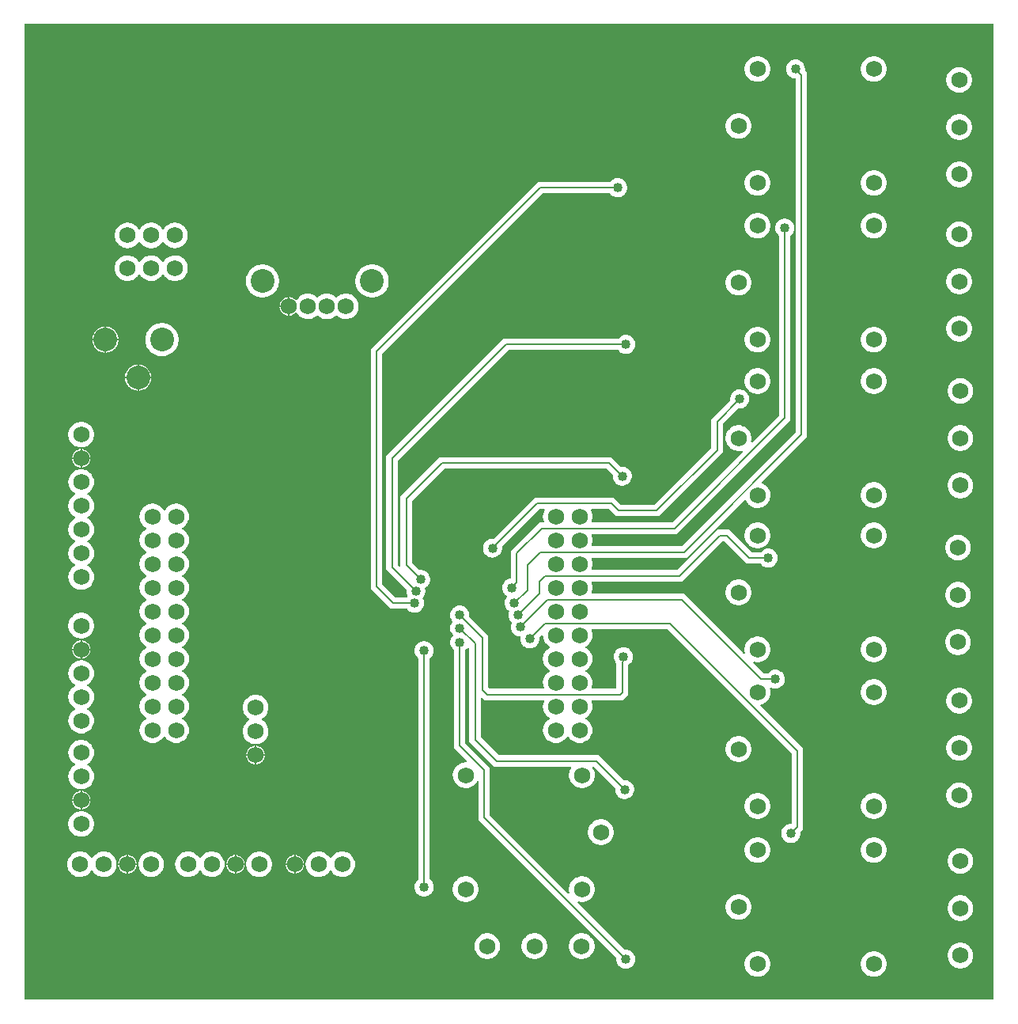
<source format=gbr>
G04 CAM350 V10.0.1 (Build 312) Date:  Fri Jul 29 09:56:06 2016 *
G04 Database: C:\arctmp\odbjob_v7\odbjob_v7.cam *
G04 Layer 4: bottom *
%FSLAX23Y23*%
%MOIN*%
%SFA1.000B1.000*%

%MIA0B0*%
%IPPOS*%
%ADD11C,0.00800*%
%ADD22C,0.04000*%
%ADD24C,0.06800*%
%ADD25C,0.00500*%
%ADD27C,0.10000*%
%LNbottom*%
%LPD*%
G36*
X14560Y5815D02*
G01Y9925D01*
X18645*
Y5815*
X14560*
G37*
%LPC*%
G36*
X14942Y9024D02*
G01X14943Y9018D01*
X14946Y9012*
X14949Y9006*
X14953Y9001*
X14957Y8996*
X14962Y8991*
X14967Y8988*
X14973Y8985*
X14979Y8982*
X14986Y8981*
X14992Y8980*
X14999*
X15005Y8981*
X15012Y8983*
X15018Y8985*
X15023Y8988*
X15029Y8992*
X15034Y8996*
X15038Y9001*
X15042Y9007*
X15043Y9008*
X15044*
X15046*
X15047*
X15048Y9007*
X15052Y9001*
X15056Y8997*
X15061Y8992*
X15066Y8989*
X15071Y8986*
X15077Y8983*
X15083Y8981*
X15089Y8980*
X15095*
X15101*
X15107Y8981*
X15113Y8983*
X15119Y8986*
X15124Y8989*
X15129Y8992*
X15134Y8997*
X15138Y9001*
X15142Y9007*
X15143Y9008*
X15144*
X15146*
X15147*
X15148Y9007*
X15152Y9001*
X15156Y8996*
X15161Y8992*
X15167Y8988*
X15172Y8985*
X15178Y8983*
X15185Y8981*
X15191Y8980*
X15198*
X15204Y8981*
X15211Y8982*
X15217Y8985*
X15223Y8988*
X15228Y8991*
X15233Y8996*
X15237Y9001*
X15241Y9006*
X15244Y9012*
X15247Y9018*
X15248Y9024*
X15249Y9031*
Y9037*
X15248Y9044*
X15247Y9050*
X15244Y9056*
X15241Y9062*
X15237Y9067*
X15233Y9072*
X15228Y9077*
X15223Y9080*
X15217Y9083*
X15211Y9086*
X15204Y9087*
X15198Y9088*
X15191*
X15185Y9087*
X15178Y9085*
X15172Y9083*
X15167Y9080*
X15161Y9076*
X15156Y9072*
X15152Y9067*
X15148Y9061*
X15147Y9060*
X15146*
X15144*
X15143*
X15142Y9061*
X15138Y9067*
X15134Y9071*
X15129Y9076*
X15124Y9079*
X15119Y9082*
X15113Y9085*
X15107Y9087*
X15101Y9088*
X15095*
X15089*
X15083Y9087*
X15077Y9085*
X15071Y9082*
X15066Y9079*
X15061Y9076*
X15056Y9071*
X15052Y9067*
X15048Y9061*
X15047Y9060*
X15046*
X15044*
X15043*
X15042Y9061*
X15038Y9067*
X15034Y9072*
X15029Y9076*
X15023Y9080*
X15018Y9083*
X15012Y9085*
X15005Y9087*
X14999Y9088*
X14992*
X14986Y9087*
X14979Y9086*
X14973Y9083*
X14967Y9080*
X14962Y9077*
X14957Y9072*
X14953Y9067*
X14949Y9062*
X14946Y9056*
X14943Y9050*
X14942Y9044*
X14941Y9037*
Y9031*
X14942Y9024*
G37*
G36*
Y8886D02*
G01X14943Y8880D01*
X14946Y8874*
X14949Y8868*
X14953Y8863*
X14957Y8858*
X14962Y8853*
X14967Y8850*
X14973Y8847*
X14979Y8844*
X14986Y8843*
X14992Y8842*
X14999*
X15005Y8843*
X15012Y8845*
X15018Y8847*
X15023Y8850*
X15029Y8854*
X15034Y8858*
X15038Y8863*
X15042Y8869*
X15043Y8870*
X15044*
X15046*
X15047*
X15048Y8869*
X15052Y8863*
X15056Y8859*
X15061Y8854*
X15066Y8851*
X15071Y8848*
X15077Y8845*
X15083Y8843*
X15089Y8842*
X15095*
X15101*
X15107Y8843*
X15113Y8845*
X15119Y8848*
X15124Y8851*
X15129Y8854*
X15134Y8859*
X15138Y8863*
X15142Y8869*
X15143Y8870*
X15144*
X15146*
X15147*
X15148Y8869*
X15152Y8863*
X15156Y8858*
X15161Y8854*
X15167Y8850*
X15172Y8847*
X15178Y8845*
X15185Y8843*
X15191Y8842*
X15198*
X15204Y8843*
X15211Y8844*
X15217Y8847*
X15223Y8850*
X15228Y8853*
X15233Y8858*
X15237Y8863*
X15241Y8868*
X15244Y8874*
X15247Y8880*
X15248Y8886*
X15249Y8893*
Y8899*
X15248Y8906*
X15247Y8912*
X15244Y8918*
X15241Y8924*
X15237Y8929*
X15233Y8934*
X15228Y8939*
X15223Y8942*
X15217Y8945*
X15211Y8948*
X15204Y8949*
X15198Y8950*
X15191*
X15185Y8949*
X15178Y8947*
X15172Y8945*
X15167Y8942*
X15161Y8938*
X15156Y8934*
X15152Y8929*
X15148Y8923*
X15147Y8922*
X15146*
X15144*
X15143*
X15142Y8923*
X15138Y8929*
X15134Y8933*
X15129Y8938*
X15124Y8941*
X15119Y8944*
X15113Y8947*
X15107Y8949*
X15101Y8950*
X15095*
X15089*
X15083Y8949*
X15077Y8947*
X15071Y8944*
X15066Y8941*
X15061Y8938*
X15056Y8933*
X15052Y8929*
X15048Y8923*
X15047Y8922*
X15046*
X15044*
X15043*
X15042Y8923*
X15038Y8929*
X15034Y8934*
X15029Y8938*
X15023Y8942*
X15018Y8945*
X15012Y8947*
X15005Y8949*
X14999Y8950*
X14992*
X14986Y8949*
X14979Y8948*
X14973Y8945*
X14967Y8942*
X14962Y8939*
X14957Y8934*
X14953Y8929*
X14949Y8924*
X14946Y8918*
X14943Y8912*
X14942Y8906*
X14941Y8899*
Y8893*
X14942Y8886*
G37*
G36*
X14847Y8589D02*
G01X14848Y8582D01*
X14850Y8576*
X14853Y8570*
X14856Y8565*
X14860Y8560*
X14864Y8555*
X14869Y8551*
X14874Y8547*
X14880Y8544*
X14886Y8542*
X14892Y8541*
X14899Y8540*
X14905*
X14912Y8541*
X14918Y8542*
X14924Y8544*
X14930Y8547*
X14935Y8551*
X14940Y8555*
X14944Y8560*
X14948Y8565*
X14951Y8570*
X14954Y8576*
X14956Y8582*
X14957Y8589*
Y8595*
Y8601*
X14956Y8608*
X14954Y8614*
X14951Y8620*
X14948Y8625*
X14944Y8630*
X14940Y8635*
X14935Y8639*
X14930Y8643*
X14924Y8646*
X14918Y8648*
X14912Y8649*
X14905Y8650*
X14899*
X14892Y8649*
X14886Y8648*
X14880Y8646*
X14874Y8643*
X14869Y8639*
X14864Y8635*
X14860Y8630*
X14856Y8625*
X14853Y8620*
X14850Y8614*
X14848Y8608*
X14847Y8601*
Y8595*
Y8589*
G37*
G36*
X14746Y8188D02*
G01X14748Y8182D01*
X14749Y8176*
X14752Y8170*
X14756Y8164*
X14760Y8159*
X14764Y8155*
X14769Y8151*
X14775Y8147*
X14781Y8144*
X14787Y8143*
X14793Y8141*
X14800*
X14807*
X14813Y8143*
X14819Y8144*
X14825Y8147*
X14831Y8151*
X14836Y8155*
X14840Y8159*
X14844Y8164*
X14848Y8170*
X14851Y8176*
X14852Y8182*
X14854Y8188*
Y8195*
Y8202*
X14852Y8208*
X14851Y8214*
X14848Y8220*
X14844Y8226*
X14840Y8231*
X14836Y8235*
X14831Y8239*
X14825Y8243*
X14819Y8246*
X14813Y8247*
X14807Y8249*
X14800*
X14793*
X14787Y8247*
X14781Y8246*
X14775Y8243*
X14769Y8239*
X14764Y8235*
X14760Y8231*
X14756Y8226*
X14752Y8220*
X14749Y8214*
X14748Y8208*
X14746Y8202*
Y8195*
Y8188*
G37*
G36*
X14761Y8089D02*
G01X14763Y8084D01*
X14765Y8079*
X14767Y8074*
X14771Y8069*
X14774Y8066*
X14779Y8062*
X14784Y8060*
X14789Y8058*
X14794Y8056*
X14800*
X14806*
X14811Y8058*
X14816Y8060*
X14821Y8062*
X14826Y8066*
X14829Y8069*
X14833Y8074*
X14835Y8079*
X14837Y8084*
X14839Y8089*
Y8095*
Y8101*
X14837Y8106*
X14835Y8111*
X14833Y8116*
X14829Y8121*
X14826Y8124*
X14821Y8128*
X14816Y8130*
X14811Y8132*
X14806Y8134*
X14800*
X14794*
X14789Y8132*
X14784Y8130*
X14779Y8128*
X14774Y8124*
X14771Y8121*
X14767Y8116*
X14765Y8111*
X14763Y8106*
X14761Y8101*
Y8095*
Y8089*
G37*
G36*
X14747Y7586D02*
G01X14748Y7579D01*
X14751Y7573*
X14754Y7567*
X14757Y7562*
X14762Y7557*
X14767Y7553*
X14772Y7549*
X14778Y7546*
X14784Y7543*
X14790Y7542*
X14797Y7541*
X14803*
X14810Y7542*
X14816Y7543*
X14822Y7546*
X14828Y7549*
X14833Y7553*
X14838Y7557*
X14843Y7562*
X14846Y7567*
X14849Y7573*
X14852Y7579*
X14853Y7586*
X14854Y7592*
Y7599*
X14853Y7605*
X14851Y7612*
X14849Y7618*
X14846Y7623*
X14842Y7629*
X14838Y7634*
X14833Y7638*
X14827Y7642*
X14826Y7643*
Y7644*
Y7646*
Y7647*
X14827Y7648*
X14833Y7652*
X14837Y7656*
X14842Y7661*
X14845Y7666*
X14848Y7671*
X14851Y7677*
X14853Y7683*
X14854Y7689*
Y7695*
Y7701*
X14853Y7707*
X14851Y7713*
X14848Y7719*
X14845Y7724*
X14842Y7729*
X14837Y7734*
X14833Y7738*
X14827Y7742*
X14826Y7743*
Y7744*
Y7746*
Y7747*
X14827Y7748*
X14833Y7752*
X14837Y7756*
X14842Y7761*
X14845Y7766*
X14848Y7771*
X14851Y7777*
X14853Y7783*
X14854Y7789*
Y7795*
Y7801*
X14853Y7807*
X14851Y7813*
X14848Y7819*
X14845Y7824*
X14842Y7829*
X14837Y7834*
X14833Y7838*
X14827Y7842*
X14826Y7843*
Y7844*
Y7846*
Y7847*
X14827Y7848*
X14833Y7852*
X14837Y7856*
X14842Y7861*
X14845Y7866*
X14848Y7871*
X14851Y7877*
X14853Y7883*
X14854Y7889*
Y7895*
Y7901*
X14853Y7907*
X14851Y7913*
X14848Y7919*
X14845Y7924*
X14842Y7929*
X14837Y7934*
X14833Y7938*
X14827Y7942*
X14826Y7943*
Y7944*
Y7946*
Y7947*
X14827Y7948*
X14833Y7952*
X14838Y7956*
X14842Y7961*
X14846Y7967*
X14849Y7972*
X14851Y7978*
X14853Y7985*
X14854Y7991*
Y7998*
X14853Y8004*
X14852Y8011*
X14849Y8017*
X14846Y8023*
X14843Y8028*
X14838Y8033*
X14833Y8037*
X14828Y8041*
X14822Y8044*
X14816Y8047*
X14810Y8048*
X14803Y8049*
X14797*
X14790Y8048*
X14784Y8047*
X14778Y8044*
X14772Y8041*
X14767Y8037*
X14762Y8033*
X14757Y8028*
X14754Y8023*
X14751Y8017*
X14748Y8011*
X14747Y8004*
X14746Y7998*
Y7991*
X14747Y7985*
X14749Y7978*
X14751Y7972*
X14754Y7967*
X14758Y7961*
X14762Y7956*
X14767Y7952*
X14773Y7948*
X14774Y7947*
Y7946*
Y7944*
Y7943*
X14773Y7942*
X14767Y7938*
X14763Y7934*
X14758Y7929*
X14755Y7924*
X14752Y7919*
X14749Y7913*
X14747Y7907*
X14746Y7901*
Y7895*
Y7889*
X14747Y7883*
X14749Y7877*
X14752Y7871*
X14755Y7866*
X14758Y7861*
X14763Y7856*
X14767Y7852*
X14773Y7848*
X14774Y7847*
Y7846*
Y7844*
Y7843*
X14773Y7842*
X14767Y7838*
X14763Y7834*
X14758Y7829*
X14755Y7824*
X14752Y7819*
X14749Y7813*
X14747Y7807*
X14746Y7801*
Y7795*
Y7789*
X14747Y7783*
X14749Y7777*
X14752Y7771*
X14755Y7766*
X14758Y7761*
X14763Y7756*
X14767Y7752*
X14773Y7748*
X14774Y7747*
Y7746*
Y7744*
Y7743*
X14773Y7742*
X14767Y7738*
X14763Y7734*
X14758Y7729*
X14755Y7724*
X14752Y7719*
X14749Y7713*
X14747Y7707*
X14746Y7701*
Y7695*
Y7689*
X14747Y7683*
X14749Y7677*
X14752Y7671*
X14755Y7666*
X14758Y7661*
X14763Y7656*
X14767Y7652*
X14773Y7648*
X14774Y7647*
Y7646*
Y7644*
Y7643*
X14773Y7642*
X14767Y7638*
X14762Y7634*
X14758Y7629*
X14754Y7623*
X14751Y7618*
X14749Y7612*
X14747Y7605*
X14746Y7599*
Y7592*
X14747Y7586*
G37*
G36*
X14746Y7383D02*
G01X14748Y7377D01*
X14749Y7371*
X14752Y7365*
X14756Y7359*
X14760Y7354*
X14764Y7350*
X14769Y7346*
X14775Y7342*
X14781Y7339*
X14787Y7338*
X14793Y7336*
X14800*
X14807*
X14813Y7338*
X14819Y7339*
X14825Y7342*
X14831Y7346*
X14836Y7350*
X14840Y7354*
X14844Y7359*
X14848Y7365*
X14851Y7371*
X14852Y7377*
X14854Y7383*
Y7390*
Y7397*
X14852Y7403*
X14851Y7409*
X14848Y7415*
X14844Y7421*
X14840Y7426*
X14836Y7430*
X14831Y7434*
X14825Y7438*
X14819Y7441*
X14813Y7442*
X14807Y7444*
X14800*
X14793*
X14787Y7442*
X14781Y7441*
X14775Y7438*
X14769Y7434*
X14764Y7430*
X14760Y7426*
X14756Y7421*
X14752Y7415*
X14749Y7409*
X14748Y7403*
X14746Y7397*
Y7390*
Y7383*
G37*
G36*
X14761Y7284D02*
G01X14763Y7279D01*
X14765Y7274*
X14767Y7269*
X14771Y7264*
X14774Y7261*
X14779Y7257*
X14784Y7255*
X14789Y7253*
X14794Y7251*
X14800*
X14806*
X14811Y7253*
X14816Y7255*
X14821Y7257*
X14826Y7261*
X14829Y7264*
X14833Y7269*
X14835Y7274*
X14837Y7279*
X14839Y7284*
Y7290*
Y7296*
X14837Y7301*
X14835Y7306*
X14833Y7311*
X14829Y7316*
X14826Y7319*
X14821Y7323*
X14816Y7325*
X14811Y7327*
X14806Y7329*
X14800*
X14794*
X14789Y7327*
X14784Y7325*
X14779Y7323*
X14774Y7319*
X14771Y7316*
X14767Y7311*
X14765Y7306*
X14763Y7301*
X14761Y7296*
Y7290*
Y7284*
G37*
G36*
X14747Y6981D02*
G01X14748Y6974D01*
X14751Y6968*
X14754Y6962*
X14757Y6957*
X14762Y6952*
X14767Y6948*
X14772Y6944*
X14778Y6941*
X14784Y6938*
X14790Y6937*
X14797Y6936*
X14803*
X14810Y6937*
X14816Y6938*
X14822Y6941*
X14828Y6944*
X14833Y6948*
X14838Y6952*
X14843Y6957*
X14846Y6962*
X14849Y6968*
X14852Y6974*
X14853Y6981*
X14854Y6987*
Y6994*
X14853Y7000*
X14851Y7007*
X14849Y7013*
X14846Y7018*
X14842Y7024*
X14838Y7029*
X14833Y7033*
X14827Y7037*
X14826Y7038*
Y7039*
Y7041*
Y7042*
X14827Y7043*
X14833Y7047*
X14837Y7051*
X14842Y7056*
X14845Y7061*
X14848Y7066*
X14851Y7072*
X14853Y7078*
X14854Y7084*
Y7090*
Y7096*
X14853Y7102*
X14851Y7108*
X14848Y7114*
X14845Y7119*
X14842Y7124*
X14837Y7129*
X14833Y7133*
X14827Y7137*
X14826Y7138*
Y7139*
Y7141*
Y7142*
X14827Y7143*
X14833Y7147*
X14838Y7151*
X14842Y7156*
X14846Y7162*
X14849Y7167*
X14851Y7173*
X14853Y7180*
X14854Y7186*
Y7193*
X14853Y7199*
X14852Y7206*
X14849Y7212*
X14846Y7218*
X14843Y7223*
X14838Y7228*
X14833Y7232*
X14828Y7236*
X14822Y7239*
X14816Y7242*
X14810Y7243*
X14803Y7244*
X14797*
X14790Y7243*
X14784Y7242*
X14778Y7239*
X14772Y7236*
X14767Y7232*
X14762Y7228*
X14757Y7223*
X14754Y7218*
X14751Y7212*
X14748Y7206*
X14747Y7199*
X14746Y7193*
Y7186*
X14747Y7180*
X14749Y7173*
X14751Y7167*
X14754Y7162*
X14758Y7156*
X14762Y7151*
X14767Y7147*
X14773Y7143*
X14774Y7142*
Y7141*
Y7139*
Y7138*
X14773Y7137*
X14767Y7133*
X14763Y7129*
X14758Y7124*
X14755Y7119*
X14752Y7114*
X14749Y7108*
X14747Y7102*
X14746Y7096*
Y7090*
Y7084*
X14747Y7078*
X14749Y7072*
X14752Y7066*
X14755Y7061*
X14758Y7056*
X14763Y7051*
X14767Y7047*
X14773Y7043*
X14774Y7042*
Y7041*
Y7039*
Y7038*
X14773Y7037*
X14767Y7033*
X14762Y7029*
X14758Y7024*
X14754Y7018*
X14751Y7013*
X14749Y7007*
X14747Y7000*
X14746Y6994*
Y6987*
X14747Y6981*
G37*
G36*
Y6746D02*
G01X14748Y6739D01*
X14751Y6733*
X14754Y6727*
X14757Y6722*
X14762Y6717*
X14767Y6713*
X14772Y6709*
X14778Y6706*
X14784Y6703*
X14790Y6702*
X14797Y6701*
X14803*
X14810Y6702*
X14816Y6703*
X14822Y6706*
X14828Y6709*
X14833Y6713*
X14838Y6717*
X14843Y6722*
X14846Y6727*
X14849Y6733*
X14852Y6739*
X14853Y6746*
X14854Y6752*
Y6759*
X14853Y6765*
X14851Y6772*
X14849Y6778*
X14846Y6783*
X14842Y6789*
X14838Y6794*
X14833Y6798*
X14827Y6802*
X14826Y6803*
Y6804*
Y6806*
Y6807*
X14827Y6808*
X14833Y6812*
X14838Y6816*
X14842Y6821*
X14846Y6827*
X14849Y6832*
X14851Y6838*
X14853Y6845*
X14854Y6851*
Y6858*
X14853Y6864*
X14852Y6871*
X14849Y6877*
X14846Y6883*
X14843Y6888*
X14838Y6893*
X14833Y6897*
X14828Y6901*
X14822Y6904*
X14816Y6907*
X14810Y6908*
X14803Y6909*
X14797*
X14790Y6908*
X14784Y6907*
X14778Y6904*
X14772Y6901*
X14767Y6897*
X14762Y6893*
X14757Y6888*
X14754Y6883*
X14751Y6877*
X14748Y6871*
X14747Y6864*
X14746Y6858*
Y6851*
X14747Y6845*
X14749Y6838*
X14751Y6832*
X14754Y6827*
X14758Y6821*
X14762Y6816*
X14767Y6812*
X14773Y6808*
X14774Y6807*
Y6806*
Y6804*
Y6803*
X14773Y6802*
X14767Y6798*
X14762Y6794*
X14758Y6789*
X14754Y6783*
X14751Y6778*
X14749Y6772*
X14747Y6765*
X14746Y6759*
Y6752*
X14747Y6746*
G37*
G36*
X14761Y6649D02*
G01X14763Y6644D01*
X14765Y6639*
X14767Y6634*
X14771Y6629*
X14774Y6626*
X14779Y6622*
X14784Y6620*
X14789Y6618*
X14794Y6616*
X14800*
X14806*
X14811Y6618*
X14816Y6620*
X14821Y6622*
X14826Y6626*
X14829Y6629*
X14833Y6634*
X14835Y6639*
X14837Y6644*
X14839Y6649*
Y6655*
Y6661*
X14837Y6666*
X14835Y6671*
X14833Y6676*
X14829Y6681*
X14826Y6684*
X14821Y6688*
X14816Y6690*
X14811Y6692*
X14806Y6694*
X14800*
X14794*
X14789Y6692*
X14784Y6690*
X14779Y6688*
X14774Y6684*
X14771Y6681*
X14767Y6676*
X14765Y6671*
X14763Y6666*
X14761Y6661*
Y6655*
Y6649*
G37*
G36*
X14746Y6548D02*
G01X14748Y6542D01*
X14749Y6536*
X14752Y6530*
X14756Y6524*
X14760Y6519*
X14764Y6515*
X14769Y6511*
X14775Y6507*
X14781Y6504*
X14787Y6503*
X14793Y6501*
X14800*
X14807*
X14813Y6503*
X14819Y6504*
X14825Y6507*
X14831Y6511*
X14836Y6515*
X14840Y6519*
X14844Y6524*
X14848Y6530*
X14851Y6536*
X14852Y6542*
X14854Y6548*
Y6555*
Y6562*
X14852Y6568*
X14851Y6574*
X14848Y6580*
X14844Y6586*
X14840Y6591*
X14836Y6595*
X14831Y6599*
X14825Y6603*
X14819Y6606*
X14813Y6607*
X14807Y6609*
X14800*
X14793*
X14787Y6607*
X14781Y6606*
X14775Y6603*
X14769Y6599*
X14764Y6595*
X14760Y6591*
X14756Y6586*
X14752Y6580*
X14749Y6574*
X14748Y6568*
X14746Y6562*
Y6555*
Y6548*
G37*
G36*
X15070Y8588D02*
G01X15072Y8580D01*
X15073Y8573*
X15076Y8567*
X15079Y8560*
X15083Y8554*
X15088Y8548*
X15093Y8543*
X15099Y8538*
X15105Y8534*
X15112Y8531*
X15118Y8528*
X15125Y8527*
X15133Y8525*
X15140*
X15147*
X15155Y8527*
X15162Y8528*
X15168Y8531*
X15175Y8534*
X15181Y8538*
X15187Y8543*
X15192Y8548*
X15197Y8554*
X15201Y8560*
X15204Y8567*
X15207Y8573*
X15208Y8580*
X15210Y8588*
Y8595*
Y8602*
X15208Y8610*
X15207Y8617*
X15204Y8623*
X15201Y8630*
X15197Y8636*
X15192Y8642*
X15187Y8647*
X15181Y8652*
X15175Y8656*
X15168Y8659*
X15162Y8662*
X15155Y8663*
X15147Y8665*
X15140*
X15133*
X15125Y8663*
X15118Y8662*
X15112Y8659*
X15105Y8656*
X15099Y8652*
X15093Y8647*
X15088Y8642*
X15083Y8636*
X15079Y8630*
X15076Y8623*
X15073Y8617*
X15072Y8610*
X15070Y8602*
Y8595*
Y8588*
G37*
G36*
X14985Y8429D02*
G01X14986Y8422D01*
X14988Y8416*
X14991Y8410*
X14994Y8405*
X14998Y8400*
X15002Y8395*
X15007Y8391*
X15012Y8387*
X15018Y8384*
X15024Y8382*
X15030Y8381*
X15037Y8380*
X15043*
X15050Y8381*
X15056Y8382*
X15062Y8384*
X15068Y8387*
X15073Y8391*
X15078Y8395*
X15082Y8400*
X15086Y8405*
X15089Y8410*
X15092Y8416*
X15094Y8422*
X15095Y8429*
Y8435*
Y8441*
X15094Y8448*
X15092Y8454*
X15089Y8460*
X15086Y8465*
X15082Y8470*
X15078Y8475*
X15073Y8479*
X15068Y8483*
X15062Y8486*
X15056Y8488*
X15050Y8489*
X15043Y8490*
X15037*
X15030Y8489*
X15024Y8488*
X15018Y8486*
X15012Y8483*
X15007Y8479*
X15002Y8475*
X14998Y8470*
X14994Y8465*
X14991Y8460*
X14988Y8454*
X14986Y8448*
X14985Y8441*
Y8435*
Y8429*
G37*
G36*
X14956Y6379D02*
G01X14958Y6374D01*
X14960Y6369*
X14962Y6364*
X14966Y6359*
X14969Y6356*
X14974Y6352*
X14979Y6350*
X14984Y6348*
X14989Y6346*
X14995*
X15001*
X15006Y6348*
X15011Y6350*
X15016Y6352*
X15021Y6356*
X15024Y6359*
X15028Y6364*
X15030Y6369*
X15032Y6374*
X15034Y6379*
Y6385*
Y6391*
X15032Y6396*
X15030Y6401*
X15028Y6406*
X15024Y6411*
X15021Y6414*
X15016Y6418*
X15011Y6420*
X15006Y6422*
X15001Y6424*
X14995*
X14989*
X14984Y6422*
X14979Y6420*
X14974Y6418*
X14969Y6414*
X14966Y6411*
X14962Y6406*
X14960Y6401*
X14958Y6396*
X14956Y6391*
Y6385*
Y6379*
G37*
G36*
X15047Y6940D02*
G01X15048Y6934D01*
X15051Y6928*
X15054Y6922*
X15057Y6917*
X15062Y6912*
X15067Y6907*
X15072Y6904*
X15078Y6901*
X15084Y6898*
X15090Y6897*
X15097Y6896*
X15104*
X15110Y6897*
X15116Y6899*
X15123Y6901*
X15128Y6904*
X15134Y6908*
X15139Y6912*
X15143Y6917*
X15147Y6923*
X15148Y6924*
X15149*
X15151*
X15152*
X15153Y6923*
X15157Y6917*
X15161Y6912*
X15166Y6908*
X15172Y6904*
X15177Y6901*
X15184Y6899*
X15190Y6897*
X15196Y6896*
X15203*
X15210Y6897*
X15216Y6898*
X15222Y6901*
X15228Y6904*
X15233Y6907*
X15238Y6912*
X15243Y6917*
X15246Y6922*
X15249Y6928*
X15252Y6934*
X15253Y6940*
X15254Y6947*
Y6954*
X15253Y6960*
X15251Y6966*
X15249Y6973*
X15246Y6978*
X15242Y6984*
X15238Y6989*
X15233Y6993*
X15227Y6997*
X15226Y6998*
Y6999*
Y7001*
Y7002*
X15227Y7003*
X15233Y7007*
X15237Y7011*
X15242Y7016*
X15245Y7021*
X15248Y7026*
X15251Y7032*
X15253Y7038*
X15254Y7044*
Y7050*
Y7056*
X15253Y7062*
X15251Y7068*
X15248Y7074*
X15245Y7079*
X15242Y7084*
X15237Y7089*
X15233Y7093*
X15227Y7097*
X15226Y7098*
Y7099*
Y7101*
Y7102*
X15227Y7103*
X15233Y7107*
X15237Y7111*
X15242Y7116*
X15245Y7121*
X15248Y7126*
X15251Y7132*
X15253Y7138*
X15254Y7144*
Y7150*
Y7156*
X15253Y7162*
X15251Y7168*
X15248Y7174*
X15245Y7179*
X15242Y7184*
X15237Y7189*
X15233Y7193*
X15227Y7197*
X15226Y7198*
Y7199*
Y7201*
Y7202*
X15227Y7203*
X15233Y7207*
X15237Y7211*
X15242Y7216*
X15245Y7221*
X15248Y7226*
X15251Y7232*
X15253Y7238*
X15254Y7244*
Y7250*
Y7256*
X15253Y7262*
X15251Y7268*
X15248Y7274*
X15245Y7279*
X15242Y7284*
X15237Y7289*
X15233Y7293*
X15227Y7297*
X15226Y7298*
Y7299*
Y7301*
Y7302*
X15227Y7303*
X15233Y7307*
X15237Y7311*
X15242Y7316*
X15245Y7321*
X15248Y7326*
X15251Y7332*
X15253Y7338*
X15254Y7344*
Y7350*
Y7356*
X15253Y7362*
X15251Y7368*
X15248Y7374*
X15245Y7379*
X15242Y7384*
X15237Y7389*
X15233Y7393*
X15227Y7397*
X15226Y7398*
Y7399*
Y7401*
Y7402*
X15227Y7403*
X15233Y7407*
X15237Y7411*
X15242Y7416*
X15245Y7421*
X15248Y7426*
X15251Y7432*
X15253Y7438*
X15254Y7444*
Y7450*
Y7456*
X15253Y7462*
X15251Y7468*
X15248Y7474*
X15245Y7479*
X15242Y7484*
X15237Y7489*
X15233Y7493*
X15227Y7497*
X15226Y7498*
Y7499*
Y7501*
Y7502*
X15227Y7503*
X15233Y7507*
X15237Y7511*
X15242Y7516*
X15245Y7521*
X15248Y7526*
X15251Y7532*
X15253Y7538*
X15254Y7544*
Y7550*
Y7556*
X15253Y7562*
X15251Y7568*
X15248Y7574*
X15245Y7579*
X15242Y7584*
X15237Y7589*
X15233Y7593*
X15227Y7597*
X15226Y7598*
Y7599*
Y7601*
Y7602*
X15227Y7603*
X15233Y7607*
X15237Y7611*
X15242Y7616*
X15245Y7621*
X15248Y7626*
X15251Y7632*
X15253Y7638*
X15254Y7644*
Y7650*
Y7656*
X15253Y7662*
X15251Y7668*
X15248Y7674*
X15245Y7679*
X15242Y7684*
X15237Y7689*
X15233Y7693*
X15227Y7697*
X15226Y7698*
Y7699*
Y7701*
Y7702*
X15227Y7703*
X15233Y7707*
X15237Y7711*
X15242Y7716*
X15245Y7721*
X15248Y7726*
X15251Y7732*
X15253Y7738*
X15254Y7744*
Y7750*
Y7756*
X15253Y7762*
X15251Y7768*
X15248Y7774*
X15245Y7779*
X15242Y7784*
X15237Y7789*
X15233Y7793*
X15227Y7797*
X15226Y7798*
Y7799*
Y7801*
Y7802*
X15227Y7803*
X15233Y7807*
X15238Y7811*
X15242Y7816*
X15246Y7822*
X15249Y7827*
X15251Y7834*
X15253Y7840*
X15254Y7846*
Y7853*
X15253Y7860*
X15252Y7866*
X15249Y7872*
X15246Y7878*
X15243Y7883*
X15238Y7888*
X15233Y7893*
X15228Y7896*
X15222Y7899*
X15216Y7902*
X15210Y7903*
X15203Y7904*
X15196*
X15190Y7903*
X15184Y7901*
X15177Y7899*
X15172Y7896*
X15166Y7892*
X15161Y7888*
X15157Y7883*
X15153Y7877*
X15152Y7876*
X15151*
X15149*
X15148*
X15147Y7877*
X15143Y7883*
X15139Y7888*
X15134Y7892*
X15128Y7896*
X15123Y7899*
X15116Y7901*
X15110Y7903*
X15104Y7904*
X15097*
X15090Y7903*
X15084Y7902*
X15078Y7899*
X15072Y7896*
X15067Y7893*
X15062Y7888*
X15057Y7883*
X15054Y7878*
X15051Y7872*
X15048Y7866*
X15047Y7860*
X15046Y7853*
Y7846*
X15047Y7840*
X15049Y7834*
X15051Y7827*
X15054Y7822*
X15058Y7816*
X15062Y7811*
X15067Y7807*
X15073Y7803*
X15074Y7802*
Y7801*
Y7799*
Y7798*
X15073Y7797*
X15067Y7793*
X15063Y7789*
X15058Y7784*
X15055Y7779*
X15052Y7774*
X15049Y7768*
X15047Y7762*
X15046Y7756*
Y7750*
Y7744*
X15047Y7738*
X15049Y7732*
X15052Y7726*
X15055Y7721*
X15058Y7716*
X15063Y7711*
X15067Y7707*
X15073Y7703*
X15074Y7702*
Y7701*
Y7699*
Y7698*
X15073Y7697*
X15067Y7693*
X15063Y7689*
X15058Y7684*
X15055Y7679*
X15052Y7674*
X15049Y7668*
X15047Y7662*
X15046Y7656*
Y7650*
Y7644*
X15047Y7638*
X15049Y7632*
X15052Y7626*
X15055Y7621*
X15058Y7616*
X15063Y7611*
X15067Y7607*
X15073Y7603*
X15074Y7602*
Y7601*
Y7599*
Y7598*
X15073Y7597*
X15067Y7593*
X15063Y7589*
X15058Y7584*
X15055Y7579*
X15052Y7574*
X15049Y7568*
X15047Y7562*
X15046Y7556*
Y7550*
Y7544*
X15047Y7538*
X15049Y7532*
X15052Y7526*
X15055Y7521*
X15058Y7516*
X15063Y7511*
X15067Y7507*
X15073Y7503*
X15074Y7502*
Y7501*
Y7499*
Y7498*
X15073Y7497*
X15067Y7493*
X15063Y7489*
X15058Y7484*
X15055Y7479*
X15052Y7474*
X15049Y7468*
X15047Y7462*
X15046Y7456*
Y7450*
Y7444*
X15047Y7438*
X15049Y7432*
X15052Y7426*
X15055Y7421*
X15058Y7416*
X15063Y7411*
X15067Y7407*
X15073Y7403*
X15074Y7402*
Y7401*
Y7399*
Y7398*
X15073Y7397*
X15067Y7393*
X15063Y7389*
X15058Y7384*
X15055Y7379*
X15052Y7374*
X15049Y7368*
X15047Y7362*
X15046Y7356*
Y7350*
Y7344*
X15047Y7338*
X15049Y7332*
X15052Y7326*
X15055Y7321*
X15058Y7316*
X15063Y7311*
X15067Y7307*
X15073Y7303*
X15074Y7302*
Y7301*
Y7299*
Y7298*
X15073Y7297*
X15067Y7293*
X15063Y7289*
X15058Y7284*
X15055Y7279*
X15052Y7274*
X15049Y7268*
X15047Y7262*
X15046Y7256*
Y7250*
Y7244*
X15047Y7238*
X15049Y7232*
X15052Y7226*
X15055Y7221*
X15058Y7216*
X15063Y7211*
X15067Y7207*
X15073Y7203*
X15074Y7202*
Y7201*
Y7199*
Y7198*
X15073Y7197*
X15067Y7193*
X15063Y7189*
X15058Y7184*
X15055Y7179*
X15052Y7174*
X15049Y7168*
X15047Y7162*
X15046Y7156*
Y7150*
Y7144*
X15047Y7138*
X15049Y7132*
X15052Y7126*
X15055Y7121*
X15058Y7116*
X15063Y7111*
X15067Y7107*
X15073Y7103*
X15074Y7102*
Y7101*
Y7099*
Y7098*
X15073Y7097*
X15067Y7093*
X15063Y7089*
X15058Y7084*
X15055Y7079*
X15052Y7074*
X15049Y7068*
X15047Y7062*
X15046Y7056*
Y7050*
Y7044*
X15047Y7038*
X15049Y7032*
X15052Y7026*
X15055Y7021*
X15058Y7016*
X15063Y7011*
X15067Y7007*
X15073Y7003*
X15074Y7002*
Y7001*
Y6999*
Y6998*
X15073Y6997*
X15067Y6993*
X15062Y6989*
X15058Y6984*
X15054Y6978*
X15051Y6973*
X15049Y6966*
X15047Y6960*
X15046Y6954*
Y6947*
X15047Y6940*
G37*
G36*
X15041Y6378D02*
G01X15043Y6372D01*
X15044Y6366*
X15047Y6360*
X15051Y6354*
X15055Y6349*
X15059Y6345*
X15064Y6341*
X15070Y6337*
X15076Y6334*
X15082Y6333*
X15088Y6331*
X15095*
X15102*
X15108Y6333*
X15114Y6334*
X15120Y6337*
X15126Y6341*
X15131Y6345*
X15135Y6349*
X15139Y6354*
X15143Y6360*
X15146Y6366*
X15147Y6372*
X15149Y6378*
Y6385*
Y6392*
X15147Y6398*
X15146Y6404*
X15143Y6410*
X15139Y6416*
X15135Y6421*
X15131Y6425*
X15126Y6429*
X15120Y6433*
X15114Y6436*
X15108Y6437*
X15102Y6439*
X15095*
X15088*
X15082Y6437*
X15076Y6436*
X15070Y6433*
X15064Y6429*
X15059Y6425*
X15055Y6421*
X15051Y6416*
X15047Y6410*
X15044Y6404*
X15043Y6398*
X15041Y6392*
Y6385*
Y6378*
G37*
G36*
X15197Y6375D02*
G01X15198Y6369D01*
X15201Y6363*
X15204Y6357*
X15208Y6352*
X15212Y6347*
X15217Y6342*
X15222Y6339*
X15228Y6336*
X15234Y6333*
X15241Y6332*
X15247Y6331*
X15254*
X15260Y6332*
X15267Y6334*
X15273Y6336*
X15278Y6339*
X15284Y6343*
X15289Y6347*
X15293Y6352*
X15297Y6358*
X15298Y6359*
X15299*
X15301*
X15302*
X15303Y6358*
X15307Y6352*
X15311Y6347*
X15316Y6343*
X15322Y6339*
X15327Y6336*
X15333Y6334*
X15340Y6332*
X15346Y6331*
X15353*
X15359Y6332*
X15366Y6333*
X15372Y6336*
X15378Y6339*
X15383Y6342*
X15388Y6347*
X15392Y6352*
X15396Y6357*
X15399Y6363*
X15402Y6369*
X15403Y6375*
X15404Y6382*
Y6388*
X15403Y6395*
X15402Y6401*
X15399Y6407*
X15396Y6413*
X15392Y6418*
X15388Y6423*
X15383Y6428*
X15378Y6431*
X15372Y6434*
X15366Y6437*
X15359Y6438*
X15353Y6439*
X15346*
X15340Y6438*
X15333Y6436*
X15327Y6434*
X15322Y6431*
X15316Y6427*
X15311Y6423*
X15307Y6418*
X15303Y6412*
X15302Y6411*
X15301*
X15299*
X15298*
X15297Y6412*
X15293Y6418*
X15289Y6423*
X15284Y6427*
X15278Y6431*
X15273Y6434*
X15267Y6436*
X15260Y6438*
X15254Y6439*
X15247*
X15241Y6438*
X15234Y6437*
X15228Y6434*
X15222Y6431*
X15217Y6428*
X15212Y6423*
X15208Y6418*
X15204Y6413*
X15201Y6407*
X15198Y6401*
X15197Y6395*
X15196Y6388*
Y6382*
X15197Y6375*
G37*
G36*
X15494Y8835D02*
G01X15496Y8827D01*
X15497Y8820*
X15500Y8814*
X15503Y8807*
X15507Y8801*
X15512Y8795*
X15517Y8790*
X15523Y8785*
X15529Y8781*
X15536Y8778*
X15542Y8775*
X15549Y8774*
X15557Y8772*
X15564*
X15571*
X15579Y8774*
X15586Y8775*
X15592Y8778*
X15599Y8781*
X15605Y8785*
X15611Y8790*
X15616Y8795*
X15621Y8801*
X15625Y8807*
X15628Y8814*
X15631Y8820*
X15632Y8827*
X15634Y8835*
Y8842*
Y8849*
X15632Y8857*
X15631Y8864*
X15628Y8870*
X15625Y8877*
X15621Y8883*
X15616Y8889*
X15611Y8894*
X15605Y8899*
X15599Y8903*
X15592Y8906*
X15586Y8909*
X15579Y8910*
X15571Y8912*
X15564*
X15557*
X15549Y8910*
X15542Y8909*
X15536Y8906*
X15529Y8903*
X15523Y8899*
X15517Y8894*
X15512Y8889*
X15507Y8883*
X15503Y8877*
X15500Y8870*
X15497Y8864*
X15496Y8857*
X15494Y8849*
Y8842*
Y8835*
G37*
G36*
X15482Y6936D02*
G01X15483Y6929D01*
X15486Y6923*
X15489Y6917*
X15492Y6912*
X15497Y6907*
X15502Y6903*
X15507Y6899*
X15513Y6896*
X15519Y6893*
X15525Y6892*
X15532Y6891*
X15538*
X15545Y6892*
X15551Y6893*
X15557Y6896*
X15563Y6899*
X15568Y6903*
X15573Y6907*
X15578Y6912*
X15581Y6917*
X15584Y6923*
X15587Y6929*
X15588Y6936*
X15589Y6942*
Y6949*
X15588Y6955*
X15586Y6962*
X15584Y6968*
X15581Y6973*
X15577Y6979*
X15573Y6984*
X15568Y6988*
X15562Y6992*
X15561Y6993*
Y6994*
Y6996*
Y6997*
X15562Y6998*
X15568Y7002*
X15573Y7006*
X15577Y7011*
X15581Y7017*
X15584Y7022*
X15586Y7028*
X15588Y7035*
X15589Y7041*
Y7048*
X15588Y7054*
X15587Y7061*
X15584Y7067*
X15581Y7073*
X15578Y7078*
X15573Y7083*
X15568Y7087*
X15563Y7091*
X15557Y7094*
X15551Y7097*
X15545Y7098*
X15538Y7099*
X15532*
X15525Y7098*
X15519Y7097*
X15513Y7094*
X15507Y7091*
X15502Y7087*
X15497Y7083*
X15492Y7078*
X15489Y7073*
X15486Y7067*
X15483Y7061*
X15482Y7054*
X15481Y7048*
Y7041*
X15482Y7035*
X15484Y7028*
X15486Y7022*
X15489Y7017*
X15493Y7011*
X15497Y7006*
X15502Y7002*
X15508Y6998*
X15509Y6997*
Y6996*
Y6994*
Y6993*
X15508Y6992*
X15502Y6988*
X15497Y6984*
X15493Y6979*
X15489Y6973*
X15486Y6968*
X15484Y6962*
X15482Y6955*
X15481Y6949*
Y6942*
X15482Y6936*
G37*
G36*
X15411Y6379D02*
G01X15413Y6374D01*
X15415Y6369*
X15417Y6364*
X15421Y6359*
X15424Y6356*
X15429Y6352*
X15434Y6350*
X15439Y6348*
X15444Y6346*
X15450*
X15456*
X15461Y6348*
X15466Y6350*
X15471Y6352*
X15476Y6356*
X15479Y6359*
X15483Y6364*
X15485Y6369*
X15487Y6374*
X15489Y6379*
Y6385*
Y6391*
X15487Y6396*
X15485Y6401*
X15483Y6406*
X15479Y6411*
X15476Y6414*
X15471Y6418*
X15466Y6420*
X15461Y6422*
X15456Y6424*
X15450*
X15444*
X15439Y6422*
X15434Y6420*
X15429Y6418*
X15424Y6414*
X15421Y6411*
X15417Y6406*
X15415Y6401*
X15413Y6396*
X15411Y6391*
Y6385*
Y6379*
G37*
G36*
X15496Y6839D02*
G01X15498Y6834D01*
X15500Y6829*
X15502Y6824*
X15506Y6819*
X15509Y6816*
X15514Y6812*
X15519Y6810*
X15524Y6808*
X15529Y6806*
X15535*
X15541*
X15546Y6808*
X15551Y6810*
X15556Y6812*
X15561Y6816*
X15564Y6819*
X15568Y6824*
X15570Y6829*
X15572Y6834*
X15574Y6839*
Y6845*
Y6851*
X15572Y6856*
X15570Y6861*
X15568Y6866*
X15564Y6871*
X15561Y6874*
X15556Y6878*
X15551Y6880*
X15546Y6882*
X15541Y6884*
X15535*
X15529*
X15524Y6882*
X15519Y6880*
X15514Y6878*
X15509Y6874*
X15506Y6871*
X15502Y6866*
X15500Y6861*
X15498Y6856*
X15496Y6851*
Y6845*
Y6839*
G37*
G36*
Y6378D02*
G01X15498Y6372D01*
X15499Y6366*
X15502Y6360*
X15506Y6354*
X15510Y6349*
X15514Y6345*
X15519Y6341*
X15525Y6337*
X15531Y6334*
X15537Y6333*
X15543Y6331*
X15550*
X15557*
X15563Y6333*
X15569Y6334*
X15575Y6337*
X15581Y6341*
X15586Y6345*
X15590Y6349*
X15594Y6354*
X15598Y6360*
X15601Y6366*
X15602Y6372*
X15604Y6378*
Y6385*
Y6392*
X15602Y6398*
X15601Y6404*
X15598Y6410*
X15594Y6416*
X15590Y6421*
X15586Y6425*
X15581Y6429*
X15575Y6433*
X15569Y6436*
X15563Y6437*
X15557Y6439*
X15550*
X15543*
X15537Y6437*
X15531Y6436*
X15525Y6433*
X15519Y6429*
X15514Y6425*
X15510Y6421*
X15506Y6416*
X15502Y6410*
X15499Y6404*
X15498Y6398*
X15496Y6392*
Y6385*
Y6378*
G37*
G36*
X15956Y8835D02*
G01X15958Y8827D01*
X15959Y8820*
X15962Y8814*
X15965Y8807*
X15969Y8801*
X15974Y8795*
X15979Y8790*
X15985Y8785*
X15991Y8781*
X15998Y8778*
X16004Y8775*
X16011Y8774*
X16019Y8772*
X16026*
X16033*
X16041Y8774*
X16048Y8775*
X16054Y8778*
X16061Y8781*
X16067Y8785*
X16073Y8790*
X16078Y8795*
X16083Y8801*
X16087Y8807*
X16090Y8814*
X16093Y8820*
X16094Y8827*
X16096Y8835*
Y8842*
Y8849*
X16094Y8857*
X16093Y8864*
X16090Y8870*
X16087Y8877*
X16083Y8883*
X16078Y8889*
X16073Y8894*
X16067Y8899*
X16061Y8903*
X16054Y8906*
X16048Y8909*
X16041Y8910*
X16033Y8912*
X16026*
X16019*
X16011Y8910*
X16004Y8909*
X15998Y8906*
X15991Y8903*
X15985Y8899*
X15979Y8894*
X15974Y8889*
X15969Y8883*
X15965Y8877*
X15962Y8870*
X15959Y8864*
X15958Y8857*
X15956Y8849*
Y8842*
Y8835*
G37*
G36*
X15637Y8727D02*
G01X15638Y8721D01*
X15641Y8716*
X15644Y8712*
X15647Y8707*
X15652Y8704*
X15656Y8701*
X15661Y8698*
X15667Y8697*
X15672Y8696*
X15678*
X15683Y8697*
X15689Y8698*
X15694Y8701*
X15698Y8704*
X15703Y8708*
X15704*
X15705Y8709*
X15706*
X15707Y8708*
X15708*
X15709Y8707*
X15713Y8702*
X15717Y8697*
X15722Y8692*
X15727Y8689*
X15733Y8686*
X15739Y8684*
X15745Y8682*
X15751Y8681*
X15758*
X15764Y8682*
X15770Y8683*
X15776Y8685*
X15782Y8688*
X15787Y8692*
X15792Y8696*
X15794Y8697*
X15795*
X15796*
X15798Y8696*
X15803Y8692*
X15808Y8688*
X15813Y8685*
X15819Y8683*
X15826Y8682*
X15832Y8681*
X15838*
X15844Y8682*
X15851Y8683*
X15857Y8685*
X15862Y8688*
X15867Y8692*
X15872Y8696*
X15874Y8697*
X15875*
X15876*
X15878Y8696*
X15883Y8692*
X15888Y8688*
X15894Y8685*
X15900Y8683*
X15906Y8682*
X15913Y8681*
X15919*
X15926Y8682*
X15932Y8684*
X15938Y8686*
X15943Y8689*
X15949Y8693*
X15954Y8697*
X15958Y8702*
X15961Y8707*
X15964Y8713*
X15967Y8719*
X15968Y8725*
X15969Y8732*
Y8738*
X15968Y8745*
X15967Y8751*
X15964Y8757*
X15961Y8763*
X15958Y8768*
X15954Y8773*
X15949Y8777*
X15943Y8781*
X15938Y8784*
X15932Y8786*
X15926Y8788*
X15919Y8789*
X15913*
X15906Y8788*
X15900Y8787*
X15894Y8785*
X15888Y8782*
X15883Y8778*
X15878Y8774*
X15876Y8773*
X15875*
X15874*
X15872Y8774*
X15867Y8778*
X15862Y8782*
X15857Y8785*
X15851Y8787*
X15844Y8788*
X15838Y8789*
X15832*
X15826Y8788*
X15819Y8787*
X15813Y8785*
X15808Y8782*
X15803Y8778*
X15798Y8774*
X15796Y8773*
X15795*
X15794*
X15792Y8774*
X15787Y8778*
X15782Y8782*
X15776Y8785*
X15770Y8787*
X15764Y8788*
X15758Y8789*
X15751*
X15745Y8788*
X15739Y8786*
X15733Y8784*
X15727Y8781*
X15722Y8778*
X15717Y8773*
X15713Y8768*
X15709Y8763*
X15708Y8762*
X15707*
X15706Y8761*
X15705*
X15704Y8762*
X15703*
X15698Y8766*
X15694Y8769*
X15689Y8772*
X15683Y8773*
X15678Y8774*
X15672*
X15667Y8773*
X15661Y8772*
X15656Y8769*
X15652Y8766*
X15647Y8763*
X15644Y8758*
X15641Y8754*
X15638Y8749*
X15637Y8743*
X15636Y8738*
Y8732*
X15637Y8727*
G37*
G36*
X15661Y6379D02*
G01X15663Y6374D01*
X15665Y6369*
X15667Y6364*
X15671Y6359*
X15674Y6356*
X15679Y6352*
X15684Y6350*
X15689Y6348*
X15694Y6346*
X15700*
X15706*
X15711Y6348*
X15716Y6350*
X15721Y6352*
X15726Y6356*
X15729Y6359*
X15733Y6364*
X15735Y6369*
X15737Y6374*
X15739Y6379*
Y6385*
Y6391*
X15737Y6396*
X15735Y6401*
X15733Y6406*
X15729Y6411*
X15726Y6414*
X15721Y6418*
X15716Y6420*
X15711Y6422*
X15706Y6424*
X15700*
X15694*
X15689Y6422*
X15684Y6420*
X15679Y6418*
X15674Y6414*
X15671Y6411*
X15667Y6406*
X15665Y6401*
X15663Y6396*
X15661Y6391*
Y6385*
Y6379*
G37*
G36*
X15747Y6375D02*
G01X15748Y6369D01*
X15751Y6363*
X15754Y6357*
X15758Y6352*
X15762Y6347*
X15767Y6342*
X15772Y6339*
X15778Y6336*
X15784Y6333*
X15791Y6332*
X15797Y6331*
X15804*
X15810Y6332*
X15817Y6334*
X15823Y6336*
X15828Y6339*
X15834Y6343*
X15839Y6347*
X15843Y6352*
X15847Y6358*
X15848Y6359*
X15849*
X15851*
X15852*
X15853Y6358*
X15857Y6352*
X15861Y6347*
X15866Y6343*
X15872Y6339*
X15877Y6336*
X15883Y6334*
X15890Y6332*
X15896Y6331*
X15903*
X15909Y6332*
X15916Y6333*
X15922Y6336*
X15928Y6339*
X15933Y6342*
X15938Y6347*
X15942Y6352*
X15946Y6357*
X15949Y6363*
X15952Y6369*
X15953Y6375*
X15954Y6382*
Y6388*
X15953Y6395*
X15952Y6401*
X15949Y6407*
X15946Y6413*
X15942Y6418*
X15938Y6423*
X15933Y6428*
X15928Y6431*
X15922Y6434*
X15916Y6437*
X15909Y6438*
X15903Y6439*
X15896*
X15890Y6438*
X15883Y6436*
X15877Y6434*
X15872Y6431*
X15866Y6427*
X15861Y6423*
X15857Y6418*
X15853Y6412*
X15852Y6411*
X15851*
X15849*
X15848*
X15847Y6412*
X15843Y6418*
X15839Y6423*
X15834Y6427*
X15828Y6431*
X15823Y6434*
X15817Y6436*
X15810Y6438*
X15804Y6439*
X15797*
X15791Y6438*
X15784Y6437*
X15778Y6434*
X15772Y6431*
X15767Y6428*
X15762Y6423*
X15758Y6418*
X15754Y6413*
X15751Y6407*
X15748Y6401*
X15747Y6395*
X15746Y6388*
Y6382*
X15747Y6375*
G37*
G36*
X16105Y7461D02*
G01X16173D01*
X16176Y7457*
X16181Y7453*
X16185Y7450*
X16190Y7448*
X16196Y7446*
X16201Y7445*
X16207*
X16212Y7446*
X16217Y7447*
X16223Y7450*
X16227Y7452*
X16232Y7456*
X16235Y7460*
X16239Y7465*
X16241Y7469*
X16243Y7475*
X16244Y7480*
Y7486*
Y7491*
X16243Y7497*
X16241Y7502*
X16238Y7507*
X16241Y7510*
X16244Y7514*
X16246Y7518*
X16248Y7522*
X16249Y7526*
X16250Y7531*
Y7536*
Y7540*
X16249Y7545*
X16247Y7549*
X16252Y7552*
X16257Y7555*
X16261Y7559*
X16264Y7564*
X16267Y7569*
X16269Y7574*
X16270Y7580*
Y7585*
Y7591*
X16268Y7596*
X16266Y7602*
X16264Y7606*
X16260Y7611*
X16257Y7615*
X16252Y7618*
X16247Y7621*
X16242Y7623*
X16236Y7624*
X16231Y7625*
X16225*
X16224*
X16194Y7655*
Y7915*
X16330Y8051*
X17015*
X17040Y8026*
Y8025*
Y8019*
X17041Y8013*
X17042Y8008*
X17044Y8003*
X17047Y7998*
X17050Y7993*
X17054Y7989*
X17059Y7986*
X17064Y7983*
X17069Y7981*
X17075Y7980*
X17080*
X17086*
X17091Y7982*
X17097Y7984*
X17102Y7986*
X17106Y7990*
X17110Y7994*
X17114Y7998*
X17116Y8003*
X17118Y8009*
X17120Y8014*
Y8020*
Y8025*
X17119Y8031*
X17117Y8036*
X17114Y8041*
X17111Y8046*
X17107Y8050*
X17102Y8053*
X17097Y8056*
X17092Y8058*
X17087Y8059*
X17081Y8060*
X17075*
X17074*
X17035Y8099*
X16310*
X16146Y7935*
Y7643*
Y7641*
X16145Y7640*
X16144Y7639*
X16142*
X16140*
X16139Y7640*
X16134Y7645*
Y8085*
X16600Y8551*
X17063*
X17067Y8547*
X17071Y8543*
X17075Y8540*
X17080Y8538*
X17086Y8536*
X17091Y8535*
X17097*
X17102Y8536*
X17108Y8537*
X17113Y8539*
X17118Y8542*
X17122Y8545*
X17126Y8549*
X17129Y8554*
X17132Y8559*
X17133Y8564*
X17135Y8569*
Y8575*
Y8581*
X17133Y8586*
X17132Y8591*
X17129Y8596*
X17126Y8601*
X17122Y8605*
X17118Y8608*
X17113Y8611*
X17108Y8613*
X17102Y8614*
X17097Y8615*
X17091*
X17086Y8614*
X17080Y8612*
X17075Y8610*
X17071Y8607*
X17067Y8603*
X17063Y8599*
X16580*
X16086Y8105*
Y7625*
X16170Y7541*
Y7540*
Y7534*
Y7529*
X16172Y7524*
X16174Y7518*
X16176Y7514*
X16173Y7510*
X16172Y7509*
X16166*
X16165*
X16125*
X16069Y7565*
Y8535*
X16745Y9211*
X17028*
X17032Y9207*
X17036Y9203*
X17040Y9200*
X17045Y9198*
X17051Y9196*
X17056Y9195*
X17062*
X17067Y9196*
X17073Y9197*
X17078Y9199*
X17083Y9202*
X17087Y9205*
X17091Y9209*
X17094Y9214*
X17097Y9219*
X17098Y9224*
X17100Y9229*
Y9235*
Y9241*
X17098Y9246*
X17097Y9251*
X17094Y9256*
X17091Y9261*
X17087Y9265*
X17083Y9268*
X17078Y9271*
X17073Y9273*
X17067Y9274*
X17062Y9275*
X17056*
X17051Y9274*
X17045Y9272*
X17040Y9270*
X17036Y9267*
X17032Y9263*
X17028Y9259*
X16725*
X16021Y8555*
Y7545*
X16105Y7461*
G37*
G36*
X16206Y6283D02*
G01X16207Y6277D01*
X16209Y6272*
X16212Y6267*
X16215Y6263*
X16219Y6259*
X16224Y6256*
X16229Y6253*
X16234Y6252*
X16239Y6250*
X16245*
X16251*
X16256Y6252*
X16261Y6253*
X16266Y6256*
X16271Y6259*
X16275Y6263*
X16278Y6267*
X16281Y6272*
X16283Y6277*
X16284Y6283*
X16285Y6288*
Y6294*
X16284Y6299*
X16282Y6305*
X16280Y6310*
X16277Y6314*
X16273Y6318*
X16269Y6322*
Y7253*
X16273Y7257*
X16277Y7261*
X16280Y7265*
X16282Y7270*
X16284Y7276*
X16285Y7281*
Y7287*
X16284Y7292*
X16283Y7298*
X16281Y7303*
X16278Y7308*
X16275Y7312*
X16271Y7316*
X16266Y7319*
X16261Y7322*
X16256Y7323*
X16251Y7325*
X16245*
X16239*
X16234Y7323*
X16229Y7322*
X16224Y7319*
X16219Y7316*
X16215Y7312*
X16212Y7308*
X16209Y7303*
X16207Y7298*
X16206Y7292*
X16205Y7287*
Y7281*
X16206Y7276*
X16208Y7270*
X16210Y7265*
X16213Y7261*
X16217Y7257*
X16221Y7253*
Y6322*
X16217Y6318*
X16213Y6314*
X16210Y6310*
X16208Y6305*
X16206Y6299*
X16205Y6294*
Y6288*
X16206Y6283*
G37*
G36*
X16936Y6513D02*
G01X16938Y6507D01*
X16939Y6501*
X16942Y6495*
X16946Y6489*
X16950Y6484*
X16954Y6480*
X16959Y6476*
X16965Y6472*
X16971Y6469*
X16977Y6468*
X16983Y6466*
X16990*
X16997*
X17003Y6468*
X17009Y6469*
X17015Y6472*
X17021Y6476*
X17026Y6480*
X17030Y6484*
X17034Y6489*
X17038Y6495*
X17041Y6501*
X17042Y6507*
X17044Y6513*
Y6520*
Y6527*
X17042Y6533*
X17041Y6539*
X17038Y6545*
X17034Y6551*
X17030Y6556*
X17026Y6560*
X17021Y6564*
X17015Y6568*
X17009Y6571*
X17003Y6572*
X16997Y6574*
X16990*
X16983*
X16977Y6572*
X16971Y6571*
X16965Y6568*
X16959Y6564*
X16954Y6560*
X16950Y6556*
X16946Y6551*
X16942Y6545*
X16939Y6539*
X16938Y6533*
X16936Y6527*
Y6520*
Y6513*
G37*
G36*
X17516Y7523D02*
G01X17518Y7517D01*
X17519Y7511*
X17522Y7505*
X17526Y7499*
X17530Y7494*
X17534Y7490*
X17539Y7486*
X17545Y7482*
X17551Y7479*
X17557Y7478*
X17563Y7476*
X17570*
X17577*
X17583Y7478*
X17589Y7479*
X17595Y7482*
X17601Y7486*
X17606Y7490*
X17610Y7494*
X17614Y7499*
X17618Y7505*
X17621Y7511*
X17622Y7517*
X17624Y7523*
Y7530*
Y7537*
X17622Y7543*
X17621Y7549*
X17618Y7555*
X17614Y7561*
X17610Y7566*
X17606Y7570*
X17601Y7574*
X17595Y7578*
X17589Y7581*
X17583Y7582*
X17577Y7584*
X17570*
X17563*
X17557Y7582*
X17551Y7581*
X17545Y7578*
X17539Y7574*
X17534Y7570*
X17530Y7566*
X17526Y7561*
X17522Y7555*
X17519Y7549*
X17518Y7543*
X17516Y7537*
Y7530*
Y7523*
G37*
G36*
X17596Y9728D02*
G01X17598Y9722D01*
X17599Y9716*
X17602Y9710*
X17606Y9704*
X17610Y9699*
X17614Y9695*
X17619Y9691*
X17625Y9687*
X17631Y9684*
X17637Y9683*
X17643Y9681*
X17650*
X17657*
X17663Y9683*
X17669Y9684*
X17675Y9687*
X17681Y9691*
X17686Y9695*
X17690Y9699*
X17694Y9704*
X17698Y9710*
X17701Y9716*
X17702Y9722*
X17704Y9728*
Y9735*
Y9742*
X17702Y9748*
X17701Y9754*
X17698Y9760*
X17694Y9766*
X17690Y9771*
X17686Y9775*
X17681Y9779*
X17675Y9783*
X17669Y9786*
X17663Y9787*
X17657Y9789*
X17650*
X17643*
X17637Y9787*
X17631Y9786*
X17625Y9783*
X17619Y9779*
X17614Y9775*
X17610Y9771*
X17606Y9766*
X17602Y9760*
X17599Y9754*
X17598Y9748*
X17596Y9742*
Y9735*
Y9728*
G37*
G36*
X17516Y9488D02*
G01X17518Y9482D01*
X17519Y9476*
X17522Y9470*
X17526Y9464*
X17530Y9459*
X17534Y9455*
X17539Y9451*
X17545Y9447*
X17551Y9444*
X17557Y9443*
X17563Y9441*
X17570*
X17577*
X17583Y9443*
X17589Y9444*
X17595Y9447*
X17601Y9451*
X17606Y9455*
X17610Y9459*
X17614Y9464*
X17618Y9470*
X17621Y9476*
X17622Y9482*
X17624Y9488*
Y9495*
Y9502*
X17622Y9508*
X17621Y9514*
X17618Y9520*
X17614Y9526*
X17610Y9531*
X17606Y9535*
X17601Y9539*
X17595Y9543*
X17589Y9546*
X17583Y9547*
X17577Y9549*
X17570*
X17563*
X17557Y9547*
X17551Y9546*
X17545Y9543*
X17539Y9539*
X17534Y9535*
X17530Y9531*
X17526Y9526*
X17522Y9520*
X17519Y9514*
X17518Y9508*
X17516Y9502*
Y9495*
Y9488*
G37*
G36*
X17596Y9248D02*
G01X17598Y9242D01*
X17599Y9236*
X17602Y9230*
X17606Y9224*
X17610Y9219*
X17614Y9215*
X17619Y9211*
X17625Y9207*
X17631Y9204*
X17637Y9203*
X17643Y9201*
X17650*
X17657*
X17663Y9203*
X17669Y9204*
X17675Y9207*
X17681Y9211*
X17686Y9215*
X17690Y9219*
X17694Y9224*
X17698Y9230*
X17701Y9236*
X17702Y9242*
X17704Y9248*
Y9255*
Y9262*
X17702Y9268*
X17701Y9274*
X17698Y9280*
X17694Y9286*
X17690Y9291*
X17686Y9295*
X17681Y9299*
X17675Y9303*
X17669Y9306*
X17663Y9307*
X17657Y9309*
X17650*
X17643*
X17637Y9307*
X17631Y9306*
X17625Y9303*
X17619Y9299*
X17614Y9295*
X17610Y9291*
X17606Y9286*
X17602Y9280*
X17599Y9274*
X17598Y9268*
X17596Y9262*
Y9255*
Y9248*
G37*
G36*
Y9068D02*
G01X17598Y9062D01*
X17599Y9056*
X17602Y9050*
X17606Y9044*
X17610Y9039*
X17614Y9035*
X17619Y9031*
X17625Y9027*
X17631Y9024*
X17637Y9023*
X17643Y9021*
X17650*
X17657*
X17663Y9023*
X17669Y9024*
X17675Y9027*
X17681Y9031*
X17686Y9035*
X17690Y9039*
X17694Y9044*
X17698Y9050*
X17701Y9056*
X17702Y9062*
X17704Y9068*
Y9075*
Y9082*
X17702Y9088*
X17701Y9094*
X17698Y9100*
X17694Y9106*
X17690Y9111*
X17686Y9115*
X17681Y9119*
X17675Y9123*
X17669Y9126*
X17663Y9127*
X17657Y9129*
X17650*
X17643*
X17637Y9127*
X17631Y9126*
X17625Y9123*
X17619Y9119*
X17614Y9115*
X17610Y9111*
X17606Y9106*
X17602Y9100*
X17599Y9094*
X17598Y9088*
X17596Y9082*
Y9075*
Y9068*
G37*
G36*
X17516Y8828D02*
G01X17518Y8822D01*
X17519Y8816*
X17522Y8810*
X17526Y8804*
X17530Y8799*
X17534Y8795*
X17539Y8791*
X17545Y8787*
X17551Y8784*
X17557Y8783*
X17563Y8781*
X17570*
X17577*
X17583Y8783*
X17589Y8784*
X17595Y8787*
X17601Y8791*
X17606Y8795*
X17610Y8799*
X17614Y8804*
X17618Y8810*
X17621Y8816*
X17622Y8822*
X17624Y8828*
Y8835*
Y8842*
X17622Y8848*
X17621Y8854*
X17618Y8860*
X17614Y8866*
X17610Y8871*
X17606Y8875*
X17601Y8879*
X17595Y8883*
X17589Y8886*
X17583Y8887*
X17577Y8889*
X17570*
X17563*
X17557Y8887*
X17551Y8886*
X17545Y8883*
X17539Y8879*
X17534Y8875*
X17530Y8871*
X17526Y8866*
X17522Y8860*
X17519Y8854*
X17518Y8848*
X17516Y8842*
Y8835*
Y8828*
G37*
G36*
X17596Y7763D02*
G01X17598Y7757D01*
X17599Y7751*
X17602Y7745*
X17606Y7739*
X17610Y7734*
X17614Y7730*
X17619Y7726*
X17625Y7722*
X17631Y7719*
X17637Y7718*
X17643Y7716*
X17650*
X17657*
X17663Y7718*
X17669Y7719*
X17675Y7722*
X17681Y7726*
X17686Y7730*
X17690Y7734*
X17694Y7739*
X17698Y7745*
X17701Y7751*
X17702Y7757*
X17704Y7763*
Y7770*
Y7777*
X17702Y7783*
X17701Y7789*
X17698Y7795*
X17694Y7801*
X17690Y7806*
X17686Y7810*
X17681Y7814*
X17675Y7818*
X17669Y7821*
X17663Y7822*
X17657Y7824*
X17650*
X17643*
X17637Y7822*
X17631Y7821*
X17625Y7818*
X17619Y7814*
X17614Y7810*
X17610Y7806*
X17606Y7801*
X17602Y7795*
X17599Y7789*
X17598Y7783*
X17596Y7777*
Y7770*
Y7763*
G37*
G36*
Y8588D02*
G01X17598Y8582D01*
X17599Y8576*
X17602Y8570*
X17606Y8564*
X17610Y8559*
X17614Y8555*
X17619Y8551*
X17625Y8547*
X17631Y8544*
X17637Y8543*
X17643Y8541*
X17650*
X17657*
X17663Y8543*
X17669Y8544*
X17675Y8547*
X17681Y8551*
X17686Y8555*
X17690Y8559*
X17694Y8564*
X17698Y8570*
X17701Y8576*
X17702Y8582*
X17704Y8588*
Y8595*
Y8602*
X17702Y8608*
X17701Y8614*
X17698Y8620*
X17694Y8626*
X17690Y8631*
X17686Y8635*
X17681Y8639*
X17675Y8643*
X17669Y8646*
X17663Y8647*
X17657Y8649*
X17650*
X17643*
X17637Y8647*
X17631Y8646*
X17625Y8643*
X17619Y8639*
X17614Y8635*
X17610Y8631*
X17606Y8626*
X17602Y8620*
X17599Y8614*
X17598Y8608*
X17596Y8602*
Y8595*
Y8588*
G37*
G36*
Y8413D02*
G01X17598Y8407D01*
X17599Y8401*
X17602Y8395*
X17606Y8389*
X17610Y8384*
X17614Y8380*
X17619Y8376*
X17625Y8372*
X17631Y8369*
X17637Y8368*
X17643Y8366*
X17650*
X17657*
X17663Y8368*
X17669Y8369*
X17675Y8372*
X17681Y8376*
X17686Y8380*
X17690Y8384*
X17694Y8389*
X17698Y8395*
X17701Y8401*
X17702Y8407*
X17704Y8413*
Y8420*
Y8427*
X17702Y8433*
X17701Y8439*
X17698Y8445*
X17694Y8451*
X17690Y8456*
X17686Y8460*
X17681Y8464*
X17675Y8468*
X17669Y8471*
X17663Y8472*
X17657Y8474*
X17650*
X17643*
X17637Y8472*
X17631Y8471*
X17625Y8468*
X17619Y8464*
X17614Y8460*
X17610Y8456*
X17606Y8451*
X17602Y8445*
X17599Y8439*
X17598Y8433*
X17596Y8427*
Y8420*
Y8413*
G37*
G36*
X16355Y7316D02*
G01X16356Y7311D01*
X16358Y7306*
X16360Y7301*
X16363Y7296*
X16367Y7292*
X16371Y7288*
Y6875*
X16425Y6821*
X16426Y6819*
Y6818*
Y6816*
X16425Y6815*
X16424Y6814*
X16422*
X16416*
X16410Y6813*
X16403Y6811*
X16398Y6809*
X16392Y6806*
X16387Y6803*
X16382Y6798*
X16378Y6794*
X16374Y6788*
X16371Y6783*
X16369Y6777*
X16367Y6771*
X16366Y6765*
Y6758*
X16367Y6752*
X16368Y6746*
X16370Y6740*
X16373Y6734*
X16376Y6729*
X16380Y6724*
X16385Y6719*
X16390Y6715*
X16395Y6712*
X16401Y6709*
X16407Y6708*
X16413Y6706*
X16419*
X16426*
X16432Y6707*
X16438Y6709*
X16444Y6712*
X16450Y6715*
X16455Y6719*
X16459Y6723*
X16463Y6728*
X16467Y6733*
X16468Y6734*
X16470Y6735*
X16471*
X16473Y6734*
X16474Y6733*
Y6731*
Y6572*
X17055Y5991*
Y5990*
Y5984*
X17056Y5978*
X17057Y5973*
X17059Y5968*
X17062Y5963*
X17065Y5958*
X17069Y5954*
X17074Y5951*
X17079Y5948*
X17084Y5946*
X17090Y5945*
X17095*
X17101*
X17106Y5947*
X17112Y5949*
X17117Y5951*
X17121Y5955*
X17125Y5959*
X17129Y5963*
X17131Y5968*
X17133Y5974*
X17135Y5979*
Y5985*
Y5990*
X17134Y5996*
X17132Y6001*
X17129Y6006*
X17126Y6011*
X17122Y6015*
X17117Y6018*
X17112Y6021*
X17107Y6023*
X17102Y6024*
X17096Y6025*
X17090*
X17089*
X16893Y6221*
X16892Y6222*
Y6224*
Y6226*
X16894Y6227*
X16895Y6228*
X16897*
X16903Y6226*
X16910*
X16916*
X16923Y6228*
X16929Y6229*
X16935Y6232*
X16941Y6235*
X16946Y6239*
X16950Y6244*
X16954Y6249*
X16958Y6255*
X16960Y6261*
X16962Y6267*
X16964Y6273*
Y6280*
Y6286*
X16962Y6293*
X16961Y6299*
X16958Y6305*
X16954Y6311*
X16950Y6316*
X16946Y6320*
X16941Y6324*
X16935Y6328*
X16929Y6331*
X16923Y6332*
X16916Y6334*
X16910*
X16903*
X16897Y6332*
X16891Y6330*
X16885Y6328*
X16879Y6324*
X16874Y6320*
X16869Y6316*
X16865Y6311*
X16862Y6305*
X16859Y6299*
X16858Y6293*
X16856Y6286*
Y6280*
Y6273*
X16858Y6267*
Y6265*
X16857Y6264*
X16856Y6262*
X16854*
X16852*
X16851Y6263*
X16522Y6592*
Y6792*
X16419Y6895*
Y7288*
X16423Y7292*
X16427Y7296*
X16430Y7300*
X16432Y7305*
X16434Y7307*
X16436Y7305*
Y6900*
X16540Y6796*
X16862*
X16863*
X16865Y6795*
Y6793*
X16866Y6791*
X16865Y6790*
X16862Y6784*
X16859Y6778*
X16857Y6772*
X16856Y6766*
Y6759*
Y6753*
X16858Y6746*
X16860Y6740*
X16862Y6734*
X16866Y6729*
X16870Y6724*
X16874Y6719*
X16880Y6715*
X16885Y6712*
X16891Y6709*
X16897Y6708*
X16904Y6706*
X16910*
X16916*
X16923Y6708*
X16929Y6709*
X16935Y6712*
X16940Y6715*
X16946Y6719*
X16950Y6724*
X16954Y6729*
X16958Y6734*
X16960Y6740*
X16962Y6746*
X16964Y6753*
Y6759*
Y6766*
X16963Y6772*
X16961Y6778*
X16958Y6784*
X16955Y6790*
X16954Y6791*
X16955Y6793*
Y6795*
X16957Y6796*
X16958*
X16960*
X17050Y6706*
Y6705*
Y6699*
X17051Y6693*
X17052Y6688*
X17054Y6683*
X17057Y6678*
X17060Y6673*
X17064Y6669*
X17069Y6666*
X17074Y6663*
X17079Y6661*
X17085Y6660*
X17090*
X17096*
X17101Y6662*
X17107Y6664*
X17112Y6666*
X17116Y6670*
X17120Y6674*
X17124Y6678*
X17126Y6683*
X17128Y6689*
X17130Y6694*
Y6700*
Y6705*
X17129Y6711*
X17127Y6716*
X17124Y6721*
X17121Y6726*
X17117Y6730*
X17112Y6733*
X17107Y6736*
X17102Y6738*
X17097Y6739*
X17091Y6740*
X17085*
X17084*
X16980Y6844*
X16560*
X16484Y6920*
Y7082*
Y7084*
X16485Y7085*
X16486Y7086*
X16488*
X16490*
X16491Y7085*
X16500Y7076*
X16746*
X16748*
X16749Y7075*
X16750Y7074*
Y7073*
Y7072*
Y7070*
X16748Y7064*
X16747Y7058*
X16746Y7052*
Y7045*
X16747Y7039*
X16749Y7033*
X16751Y7027*
X16754Y7021*
X16758Y7016*
X16762Y7011*
X16767Y7007*
X16773Y7003*
X16774Y7002*
Y7001*
Y6999*
Y6998*
X16773Y6997*
X16767Y6993*
X16762Y6989*
X16758Y6984*
X16754Y6978*
X16751Y6973*
X16749Y6966*
X16747Y6960*
X16746Y6954*
Y6947*
X16747Y6940*
X16748Y6934*
X16751Y6928*
X16754Y6922*
X16757Y6917*
X16762Y6912*
X16767Y6907*
X16772Y6904*
X16778Y6901*
X16784Y6898*
X16790Y6897*
X16797Y6896*
X16804*
X16810Y6897*
X16816Y6899*
X16823Y6901*
X16828Y6904*
X16834Y6908*
X16839Y6912*
X16843Y6917*
X16847Y6923*
X16848Y6924*
X16849*
X16851*
X16852*
X16853Y6923*
X16857Y6917*
X16861Y6912*
X16866Y6908*
X16872Y6904*
X16877Y6901*
X16884Y6899*
X16890Y6897*
X16896Y6896*
X16903*
X16910Y6897*
X16916Y6898*
X16922Y6901*
X16928Y6904*
X16933Y6907*
X16938Y6912*
X16943Y6917*
X16946Y6922*
X16949Y6928*
X16952Y6934*
X16953Y6940*
X16954Y6947*
Y6954*
X16953Y6960*
X16951Y6966*
X16949Y6973*
X16946Y6978*
X16942Y6984*
X16938Y6989*
X16933Y6993*
X16927Y6997*
X16926Y6998*
Y6999*
Y7001*
Y7002*
X16927Y7003*
X16933Y7007*
X16938Y7011*
X16942Y7016*
X16946Y7021*
X16949Y7027*
X16951Y7033*
X16953Y7039*
X16954Y7045*
Y7052*
X16953Y7058*
X16952Y7064*
X16950Y7070*
Y7072*
Y7073*
Y7074*
X16951Y7075*
X16952Y7076*
X16954*
X17082*
X17104Y7098*
Y7225*
X17109Y7228*
X17113Y7231*
X17117Y7235*
X17120Y7240*
X17122Y7245*
X17124Y7250*
X17125Y7256*
Y7261*
X17124Y7267*
X17123Y7272*
X17121Y7277*
X17118Y7282*
X17115Y7286*
X17111Y7290*
X17107Y7294*
X17102Y7296*
X17097Y7298*
X17091Y7300*
X17086*
X17080*
X17075Y7299*
X17070Y7297*
X17065Y7294*
X17060Y7291*
X17056Y7288*
X17052Y7283*
X17050Y7279*
X17047Y7274*
X17046Y7268*
X17045Y7263*
Y7257*
X17046Y7252*
X17047Y7246*
X17050Y7241*
X17052Y7237*
X17056Y7232*
Y7124*
X16954*
X16952*
X16951Y7125*
X16950Y7126*
Y7127*
Y7128*
Y7130*
X16952Y7136*
X16953Y7142*
X16954Y7148*
Y7155*
X16953Y7161*
X16951Y7167*
X16949Y7173*
X16946Y7179*
X16942Y7184*
X16938Y7189*
X16933Y7193*
X16927Y7197*
X16926Y7198*
Y7199*
Y7201*
Y7202*
X16927Y7203*
X16933Y7207*
X16937Y7211*
X16942Y7216*
X16945Y7221*
X16948Y7226*
X16951Y7232*
X16953Y7238*
X16954Y7244*
Y7250*
Y7256*
X16953Y7262*
X16951Y7268*
X16948Y7274*
X16945Y7279*
X16942Y7284*
X16937Y7289*
X16933Y7293*
X16927Y7297*
X16926Y7298*
Y7299*
Y7301*
Y7302*
X16927Y7303*
X16933Y7307*
X16938Y7311*
X16942Y7316*
X16946Y7321*
X16949Y7327*
X16951Y7333*
X16953Y7339*
X16954Y7345*
Y7352*
X16953Y7358*
X16952Y7364*
X16950Y7370*
Y7372*
Y7373*
Y7374*
X16951Y7375*
X16952Y7376*
X16954*
X17270*
X17793Y6853*
Y6559*
Y6558*
X17792Y6556*
X17791Y6555*
X17790*
X17784*
X17779Y6553*
X17774Y6552*
X17769Y6549*
X17765Y6546*
X17761Y6542*
X17757Y6538*
X17755Y6534*
X17752Y6529*
X17751Y6524*
X17750Y6518*
Y6513*
X17751Y6508*
X17752Y6503*
X17754Y6498*
X17757Y6493*
X17760Y6489*
X17764Y6485*
X17768Y6482*
X17772Y6479*
X17777Y6477*
X17783Y6476*
X17788Y6475*
X17793*
X17799Y6476*
X17804Y6477*
X17809Y6480*
X17813Y6482*
X17817Y6486*
X17821Y6490*
X17824Y6494*
X17827Y6499*
X17828Y6504*
X17830Y6509*
Y6514*
Y6520*
Y6521*
X17842Y6533*
Y6872*
X17663Y7051*
X17662Y7052*
Y7054*
Y7055*
Y7056*
X17663Y7057*
X17664Y7058*
X17670Y7060*
X17676Y7062*
X17681Y7066*
X17686Y7069*
X17690Y7074*
X17694Y7078*
X17697Y7083*
X17700Y7089*
X17702Y7094*
X17703Y7100*
X17704Y7106*
Y7112*
X17703Y7118*
X17702Y7124*
Y7126*
Y7127*
X17703Y7128*
X17705Y7129*
X17706*
X17708*
X17713Y7127*
X17718Y7126*
X17724Y7125*
X17730*
X17735Y7126*
X17741Y7128*
X17746Y7131*
X17750Y7134*
X17754Y7138*
X17758Y7142*
X17761Y7147*
X17763Y7152*
X17764Y7158*
X17765Y7163*
Y7169*
X17764Y7175*
X17762Y7180*
X17760Y7185*
X17757Y7190*
X17753Y7194*
X17748Y7197*
X17744Y7200*
X17738Y7203*
X17733Y7204*
X17727Y7205*
X17722*
X17716Y7204*
X17711Y7202*
X17706Y7200*
X17701Y7197*
X17697Y7193*
X17693Y7189*
X17675*
X17633Y7231*
X17632Y7232*
Y7234*
Y7236*
X17634Y7237*
X17635Y7238*
X17637*
X17643Y7236*
X17650*
X17656*
X17663Y7238*
X17669Y7239*
X17675Y7242*
X17681Y7245*
X17686Y7249*
X17690Y7254*
X17694Y7259*
X17698Y7265*
X17700Y7271*
X17702Y7277*
X17704Y7283*
Y7290*
Y7296*
X17702Y7303*
X17701Y7309*
X17698Y7315*
X17694Y7321*
X17690Y7326*
X17686Y7330*
X17681Y7334*
X17675Y7338*
X17669Y7341*
X17663Y7342*
X17656Y7344*
X17650*
X17643*
X17637Y7342*
X17631Y7340*
X17625Y7338*
X17619Y7334*
X17614Y7330*
X17609Y7326*
X17605Y7321*
X17602Y7315*
X17599Y7309*
X17598Y7303*
X17596Y7296*
Y7290*
Y7283*
X17598Y7277*
Y7275*
X17597Y7274*
X17596Y7272*
X17594*
X17592*
X17591Y7273*
X17340Y7524*
X16954*
X16952*
X16951Y7525*
X16950Y7526*
Y7527*
Y7528*
Y7530*
X16952Y7535*
X16953Y7541*
X16954Y7547*
Y7553*
X16953Y7559*
X16952Y7565*
X16950Y7570*
Y7572*
Y7573*
Y7574*
X16951Y7575*
X16952Y7576*
X16954*
X17330*
X17500Y7746*
X17511*
X17606Y7651*
X17663*
X17667Y7647*
X17671Y7643*
X17675Y7640*
X17680Y7638*
X17686Y7636*
X17691Y7635*
X17697*
X17702Y7636*
X17708Y7637*
X17713Y7639*
X17718Y7642*
X17722Y7645*
X17726Y7649*
X17729Y7654*
X17732Y7659*
X17733Y7664*
X17735Y7669*
Y7675*
Y7681*
X17733Y7686*
X17732Y7691*
X17729Y7696*
X17726Y7701*
X17722Y7705*
X17718Y7708*
X17713Y7711*
X17708Y7713*
X17702Y7714*
X17697Y7715*
X17691*
X17686Y7714*
X17680Y7712*
X17675Y7710*
X17671Y7707*
X17667Y7703*
X17663Y7699*
X17626*
X17531Y7794*
X17480*
X17310Y7624*
X16954*
X16952*
X16951Y7625*
X16950Y7626*
Y7627*
Y7628*
Y7630*
X16952Y7635*
X16953Y7641*
X16954Y7647*
Y7653*
X16953Y7659*
X16952Y7665*
X16950Y7670*
Y7672*
Y7673*
Y7674*
X16951Y7675*
X16952Y7676*
X16954*
X17350*
X17594Y7920*
X17595Y7921*
X17596*
X17597*
X17599*
X17600Y7920*
Y7919*
X17603Y7913*
X17607Y7908*
X17611Y7903*
X17616Y7898*
X17621Y7895*
X17626Y7891*
X17632Y7889*
X17638Y7887*
X17645Y7886*
X17651*
X17657*
X17664Y7888*
X17670Y7890*
X17675Y7892*
X17681Y7896*
X17686Y7900*
X17690Y7904*
X17694Y7909*
X17698Y7915*
X17700Y7920*
X17702Y7926*
X17704Y7933*
Y7939*
Y7945*
X17703Y7952*
X17701Y7958*
X17699Y7964*
X17695Y7969*
X17692Y7974*
X17687Y7979*
X17682Y7983*
X17677Y7987*
X17671Y7990*
X17670*
X17669Y7991*
Y7993*
Y7994*
Y7995*
X17670Y7996*
X17859Y8185*
Y9720*
X17850Y9729*
Y9730*
Y9736*
X17849Y9742*
X17848Y9747*
X17846Y9752*
X17843Y9757*
X17840Y9762*
X17836Y9766*
X17831Y9769*
X17826Y9772*
X17821Y9774*
X17815Y9775*
X17810*
X17804*
X17799Y9773*
X17793Y9771*
X17788Y9769*
X17784Y9765*
X17780Y9761*
X17776Y9757*
X17774Y9752*
X17772Y9746*
X17770Y9741*
Y9735*
Y9730*
X17771Y9724*
X17773Y9719*
X17776Y9714*
X17779Y9709*
X17783Y9705*
X17788Y9702*
X17793Y9699*
X17798Y9697*
X17803Y9696*
X17809Y9695*
X17810*
X17811Y9694*
Y9693*
Y8205*
X17330Y7724*
X16954*
X16952*
X16951Y7725*
X16950Y7726*
Y7727*
Y7728*
Y7730*
X16952Y7735*
X16953Y7741*
X16954Y7747*
Y7753*
X16953Y7759*
X16952Y7765*
X16950Y7770*
Y7772*
Y7773*
Y7774*
X16951Y7775*
X16952Y7776*
X16954*
X17310*
X17789Y8255*
Y9033*
X17793Y9037*
X17797Y9041*
X17800Y9045*
X17802Y9050*
X17804Y9056*
X17805Y9061*
Y9067*
X17804Y9072*
X17803Y9078*
X17801Y9083*
X17798Y9088*
X17795Y9092*
X17791Y9096*
X17786Y9099*
X17781Y9102*
X17776Y9103*
X17771Y9105*
X17765*
X17759*
X17754Y9103*
X17749Y9102*
X17744Y9099*
X17739Y9096*
X17735Y9092*
X17732Y9088*
X17729Y9083*
X17727Y9078*
X17726Y9072*
X17725Y9067*
Y9061*
X17726Y9056*
X17728Y9050*
X17730Y9045*
X17733Y9041*
X17737Y9037*
X17741Y9033*
Y8275*
X17629Y8163*
X17628Y8162*
X17626*
X17624*
X17623Y8164*
X17622Y8165*
Y8167*
X17624Y8173*
Y8180*
Y8186*
X17622Y8193*
X17621Y8199*
X17618Y8205*
X17615Y8211*
X17611Y8216*
X17606Y8220*
X17601Y8224*
X17595Y8228*
X17589Y8230*
X17583Y8232*
X17577Y8234*
X17570*
X17564*
X17557Y8232*
X17551Y8231*
X17545Y8228*
X17539Y8224*
X17534Y8220*
X17530Y8216*
X17526Y8211*
X17522Y8205*
X17519Y8199*
X17518Y8193*
X17516Y8186*
Y8180*
Y8173*
X17518Y8167*
X17520Y8161*
X17522Y8155*
X17526Y8149*
X17530Y8144*
X17534Y8139*
X17539Y8135*
X17545Y8132*
X17551Y8129*
X17557Y8128*
X17564Y8126*
X17570*
X17577*
X17583Y8128*
X17585*
X17586Y8127*
X17588Y8126*
Y8124*
Y8122*
X17587Y8121*
X17290Y7824*
X16954*
X16952*
X16951Y7825*
X16950Y7826*
Y7827*
Y7828*
Y7830*
X16952Y7835*
X16953Y7841*
X16954Y7847*
Y7853*
X16953Y7858*
X16952Y7864*
X16950Y7870*
X16948Y7875*
X16947Y7876*
Y7878*
X16948Y7879*
X16949Y7880*
X16950Y7881*
X16951*
X17025*
X17055Y7851*
X17235*
X17504Y8120*
Y8240*
X17569Y8305*
X17570*
X17576*
X17582Y8306*
X17587Y8307*
X17592Y8309*
X17597Y8312*
X17602Y8315*
X17606Y8319*
X17609Y8324*
X17612Y8329*
X17614Y8334*
X17615Y8340*
Y8345*
Y8351*
X17613Y8356*
X17611Y8362*
X17609Y8367*
X17605Y8371*
X17601Y8375*
X17597Y8379*
X17592Y8381*
X17586Y8383*
X17581Y8385*
X17575*
X17570*
X17564Y8384*
X17559Y8382*
X17554Y8379*
X17549Y8376*
X17545Y8372*
X17542Y8367*
X17539Y8362*
X17537Y8357*
X17536Y8352*
X17535Y8346*
Y8340*
Y8339*
X17456Y8260*
Y8140*
X17215Y7899*
X17075*
X17045Y7929*
X16710*
X16538Y7757*
X16537*
X16531*
X16526Y7756*
X16521Y7755*
X16515Y7753*
X16511Y7750*
X16506Y7747*
X16503Y7743*
X16499Y7739*
X16497Y7734*
X16495Y7729*
X16493Y7723*
Y7718*
Y7712*
X16494Y7707*
X16496Y7702*
X16499Y7697*
X16502Y7692*
X16505Y7688*
X16510Y7685*
X16514Y7682*
X16519Y7679*
X16524Y7678*
X16530Y7677*
X16535*
X16541Y7678*
X16546Y7679*
X16551Y7681*
X16556Y7684*
X16560Y7688*
X16564Y7692*
X16567Y7696*
X16570Y7701*
X16572Y7706*
X16573Y7712*
Y7717*
Y7723*
Y7724*
X16730Y7881*
X16749*
X16750*
X16751Y7880*
X16752Y7879*
X16753Y7878*
Y7876*
X16752Y7875*
X16750Y7870*
X16748Y7864*
X16747Y7858*
X16746Y7853*
Y7847*
X16747Y7841*
X16748Y7835*
X16750Y7830*
Y7828*
Y7827*
Y7826*
X16749Y7825*
X16748Y7824*
X16746*
X16730*
X16612Y7705*
Y7590*
X16610*
X16604Y7589*
X16599Y7587*
X16595Y7584*
X16590Y7581*
X16586Y7578*
X16583Y7574*
X16580Y7569*
X16578Y7564*
X16576Y7559*
X16575Y7553*
Y7548*
X16576Y7543*
X16577Y7537*
X16579Y7532*
X16582Y7528*
X16585Y7523*
X16589Y7520*
X16593Y7516*
X16594Y7515*
X16595Y7514*
Y7512*
X16594Y7511*
X16591Y7506*
X16588Y7501*
X16586Y7496*
X16585Y7490*
Y7484*
Y7479*
X16587Y7473*
X16589Y7468*
X16591Y7463*
X16595Y7459*
X16599Y7455*
X16603Y7451*
X16602Y7446*
X16600Y7441*
Y7436*
Y7431*
X16601Y7426*
X16603Y7421*
X16605Y7416*
X16608Y7412*
X16611Y7408*
X16615Y7404*
X16613Y7399*
X16611Y7395*
X16610Y7390*
Y7385*
Y7380*
X16611Y7375*
X16613Y7370*
X16615Y7366*
X16617Y7362*
X16621Y7358*
X16624Y7354*
X16628Y7351*
X16632Y7349*
X16637Y7347*
X16642Y7346*
X16647Y7345*
X16648*
X16650Y7344*
Y7342*
Y7341*
Y7335*
Y7330*
X16651Y7325*
X16653Y7320*
X16655Y7315*
X16658Y7311*
X16661Y7307*
X16665Y7303*
X16670Y7301*
X16674Y7298*
X16679Y7296*
X16684Y7295*
X16690*
X16695*
X16700Y7296*
X16705Y7298*
X16710Y7300*
X16714Y7303*
X16718Y7306*
X16721Y7310*
X16724Y7315*
X16727Y7319*
X16729Y7324*
X16730Y7329*
Y7334*
Y7340*
Y7341*
X16739Y7350*
X16740Y7351*
X16742*
X16743*
X16745Y7350*
X16746Y7349*
Y7348*
X16747Y7342*
X16748Y7336*
X16750Y7330*
X16752Y7325*
X16755Y7320*
X16759Y7315*
X16763Y7311*
X16768Y7307*
X16773Y7303*
X16774Y7302*
Y7301*
Y7299*
Y7298*
X16773Y7297*
X16767Y7293*
X16763Y7289*
X16758Y7284*
X16755Y7279*
X16752Y7274*
X16749Y7268*
X16747Y7262*
X16746Y7256*
Y7250*
Y7244*
X16747Y7238*
X16749Y7232*
X16752Y7226*
X16755Y7221*
X16758Y7216*
X16763Y7211*
X16767Y7207*
X16773Y7203*
X16774Y7202*
Y7201*
Y7199*
Y7198*
X16773Y7197*
X16767Y7193*
X16762Y7189*
X16758Y7184*
X16754Y7179*
X16751Y7173*
X16749Y7167*
X16747Y7161*
X16746Y7155*
Y7148*
X16747Y7142*
X16748Y7136*
X16750Y7130*
Y7128*
Y7127*
Y7126*
X16749Y7125*
X16748Y7124*
X16746*
X16520*
X16514Y7130*
Y7350*
X16435Y7429*
Y7430*
Y7436*
Y7441*
X16433Y7447*
X16431Y7452*
X16429Y7457*
X16425Y7461*
X16421Y7465*
X16417Y7468*
X16412Y7471*
X16407Y7473*
X16402Y7474*
X16396Y7475*
X16391*
X16385Y7474*
X16380Y7472*
X16375Y7470*
X16370Y7466*
X16366Y7463*
X16363Y7458*
X16360Y7454*
X16357Y7449*
X16356Y7443*
X16355Y7438*
Y7432*
X16356Y7427*
X16357Y7422*
X16360Y7416*
X16362Y7412*
X16366Y7408*
X16363Y7404*
X16360Y7399*
X16358Y7395*
X16356Y7390*
X16355Y7385*
Y7380*
Y7375*
X16356Y7370*
X16358Y7365*
X16360Y7361*
X16363Y7357*
X16366Y7353*
X16367Y7351*
Y7350*
Y7349*
X16366Y7347*
X16362Y7343*
X16359Y7338*
X16357Y7333*
X16356Y7328*
X16355Y7322*
Y7316*
G37*
G36*
X16366Y6273D02*
G01X16368Y6267D01*
X16369Y6261*
X16372Y6255*
X16376Y6249*
X16380Y6244*
X16384Y6240*
X16389Y6236*
X16395Y6232*
X16401Y6229*
X16407Y6228*
X16413Y6226*
X16420*
X16427*
X16433Y6228*
X16439Y6229*
X16445Y6232*
X16451Y6236*
X16456Y6240*
X16460Y6244*
X16464Y6249*
X16468Y6255*
X16471Y6261*
X16472Y6267*
X16474Y6273*
Y6280*
Y6287*
X16472Y6293*
X16471Y6299*
X16468Y6305*
X16464Y6311*
X16460Y6316*
X16456Y6320*
X16451Y6324*
X16445Y6328*
X16439Y6331*
X16433Y6332*
X16427Y6334*
X16420*
X16413*
X16407Y6332*
X16401Y6331*
X16395Y6328*
X16389Y6324*
X16384Y6320*
X16380Y6316*
X16376Y6311*
X16372Y6305*
X16369Y6299*
X16368Y6293*
X16366Y6287*
Y6280*
Y6273*
G37*
G36*
X16457Y6033D02*
G01X16459Y6027D01*
X16460Y6021*
X16463Y6015*
X16467Y6009*
X16471Y6004*
X16475Y6000*
X16480Y5996*
X16486Y5992*
X16492Y5989*
X16498Y5988*
X16504Y5986*
X16511*
X16518*
X16524Y5988*
X16530Y5989*
X16536Y5992*
X16542Y5996*
X16547Y6000*
X16551Y6004*
X16555Y6009*
X16559Y6015*
X16562Y6021*
X16563Y6027*
X16565Y6033*
Y6040*
Y6047*
X16563Y6053*
X16562Y6059*
X16559Y6065*
X16555Y6071*
X16551Y6076*
X16547Y6080*
X16542Y6084*
X16536Y6088*
X16530Y6091*
X16524Y6092*
X16518Y6094*
X16511*
X16504*
X16498Y6092*
X16492Y6091*
X16486Y6088*
X16480Y6084*
X16475Y6080*
X16471Y6076*
X16467Y6071*
X16463Y6065*
X16460Y6059*
X16459Y6053*
X16457Y6047*
Y6040*
Y6033*
G37*
G36*
X16656D02*
G01X16658Y6027D01*
X16659Y6021*
X16662Y6015*
X16666Y6009*
X16670Y6004*
X16674Y6000*
X16679Y5996*
X16685Y5992*
X16691Y5989*
X16697Y5988*
X16703Y5986*
X16710*
X16717*
X16723Y5988*
X16729Y5989*
X16735Y5992*
X16741Y5996*
X16746Y6000*
X16750Y6004*
X16754Y6009*
X16758Y6015*
X16761Y6021*
X16762Y6027*
X16764Y6033*
Y6040*
Y6047*
X16762Y6053*
X16761Y6059*
X16758Y6065*
X16754Y6071*
X16750Y6076*
X16746Y6080*
X16741Y6084*
X16735Y6088*
X16729Y6091*
X16723Y6092*
X16717Y6094*
X16710*
X16703*
X16697Y6092*
X16691Y6091*
X16685Y6088*
X16679Y6084*
X16674Y6080*
X16670Y6076*
X16666Y6071*
X16662Y6065*
X16659Y6059*
X16658Y6053*
X16656Y6047*
Y6040*
Y6033*
G37*
G36*
X16855D02*
G01X16857Y6027D01*
X16858Y6021*
X16861Y6015*
X16865Y6009*
X16869Y6004*
X16873Y6000*
X16878Y5996*
X16884Y5992*
X16890Y5989*
X16896Y5988*
X16902Y5986*
X16909*
X16916*
X16922Y5988*
X16928Y5989*
X16934Y5992*
X16940Y5996*
X16945Y6000*
X16949Y6004*
X16953Y6009*
X16957Y6015*
X16960Y6021*
X16961Y6027*
X16963Y6033*
Y6040*
Y6047*
X16961Y6053*
X16960Y6059*
X16957Y6065*
X16953Y6071*
X16949Y6076*
X16945Y6080*
X16940Y6084*
X16934Y6088*
X16928Y6091*
X16922Y6092*
X16916Y6094*
X16909*
X16902*
X16896Y6092*
X16890Y6091*
X16884Y6088*
X16878Y6084*
X16873Y6080*
X16869Y6076*
X16865Y6071*
X16861Y6065*
X16858Y6059*
X16857Y6053*
X16855Y6047*
Y6040*
Y6033*
G37*
G36*
X17516Y6863D02*
G01X17518Y6857D01*
X17519Y6851*
X17522Y6845*
X17526Y6839*
X17530Y6834*
X17534Y6830*
X17539Y6826*
X17545Y6822*
X17551Y6819*
X17557Y6818*
X17563Y6816*
X17570*
X17577*
X17583Y6818*
X17589Y6819*
X17595Y6822*
X17601Y6826*
X17606Y6830*
X17610Y6834*
X17614Y6839*
X17618Y6845*
X17621Y6851*
X17622Y6857*
X17624Y6863*
Y6870*
Y6877*
X17622Y6883*
X17621Y6889*
X17618Y6895*
X17614Y6901*
X17610Y6906*
X17606Y6910*
X17601Y6914*
X17595Y6918*
X17589Y6921*
X17583Y6922*
X17577Y6924*
X17570*
X17563*
X17557Y6922*
X17551Y6921*
X17545Y6918*
X17539Y6914*
X17534Y6910*
X17530Y6906*
X17526Y6901*
X17522Y6895*
X17519Y6889*
X17518Y6883*
X17516Y6877*
Y6870*
Y6863*
G37*
G36*
X17596Y6623D02*
G01X17598Y6617D01*
X17599Y6611*
X17602Y6605*
X17606Y6599*
X17610Y6594*
X17614Y6590*
X17619Y6586*
X17625Y6582*
X17631Y6579*
X17637Y6578*
X17643Y6576*
X17650*
X17657*
X17663Y6578*
X17669Y6579*
X17675Y6582*
X17681Y6586*
X17686Y6590*
X17690Y6594*
X17694Y6599*
X17698Y6605*
X17701Y6611*
X17702Y6617*
X17704Y6623*
Y6630*
Y6637*
X17702Y6643*
X17701Y6649*
X17698Y6655*
X17694Y6661*
X17690Y6666*
X17686Y6670*
X17681Y6674*
X17675Y6678*
X17669Y6681*
X17663Y6682*
X17657Y6684*
X17650*
X17643*
X17637Y6682*
X17631Y6681*
X17625Y6678*
X17619Y6674*
X17614Y6670*
X17610Y6666*
X17606Y6661*
X17602Y6655*
X17599Y6649*
X17598Y6643*
X17596Y6637*
Y6630*
Y6623*
G37*
G36*
Y6438D02*
G01X17598Y6432D01*
X17599Y6426*
X17602Y6420*
X17606Y6414*
X17610Y6409*
X17614Y6405*
X17619Y6401*
X17625Y6397*
X17631Y6394*
X17637Y6393*
X17643Y6391*
X17650*
X17657*
X17663Y6393*
X17669Y6394*
X17675Y6397*
X17681Y6401*
X17686Y6405*
X17690Y6409*
X17694Y6414*
X17698Y6420*
X17701Y6426*
X17702Y6432*
X17704Y6438*
Y6445*
Y6452*
X17702Y6458*
X17701Y6464*
X17698Y6470*
X17694Y6476*
X17690Y6481*
X17686Y6485*
X17681Y6489*
X17675Y6493*
X17669Y6496*
X17663Y6497*
X17657Y6499*
X17650*
X17643*
X17637Y6497*
X17631Y6496*
X17625Y6493*
X17619Y6489*
X17614Y6485*
X17610Y6481*
X17606Y6476*
X17602Y6470*
X17599Y6464*
X17598Y6458*
X17596Y6452*
Y6445*
Y6438*
G37*
G36*
X17516Y6198D02*
G01X17518Y6192D01*
X17519Y6186*
X17522Y6180*
X17526Y6174*
X17530Y6169*
X17534Y6165*
X17539Y6161*
X17545Y6157*
X17551Y6154*
X17557Y6153*
X17563Y6151*
X17570*
X17577*
X17583Y6153*
X17589Y6154*
X17595Y6157*
X17601Y6161*
X17606Y6165*
X17610Y6169*
X17614Y6174*
X17618Y6180*
X17621Y6186*
X17622Y6192*
X17624Y6198*
Y6205*
Y6212*
X17622Y6218*
X17621Y6224*
X17618Y6230*
X17614Y6236*
X17610Y6241*
X17606Y6245*
X17601Y6249*
X17595Y6253*
X17589Y6256*
X17583Y6257*
X17577Y6259*
X17570*
X17563*
X17557Y6257*
X17551Y6256*
X17545Y6253*
X17539Y6249*
X17534Y6245*
X17530Y6241*
X17526Y6236*
X17522Y6230*
X17519Y6224*
X17518Y6218*
X17516Y6212*
Y6205*
Y6198*
G37*
G36*
X17596Y5958D02*
G01X17598Y5952D01*
X17599Y5946*
X17602Y5940*
X17606Y5934*
X17610Y5929*
X17614Y5925*
X17619Y5921*
X17625Y5917*
X17631Y5914*
X17637Y5913*
X17643Y5911*
X17650*
X17657*
X17663Y5913*
X17669Y5914*
X17675Y5917*
X17681Y5921*
X17686Y5925*
X17690Y5929*
X17694Y5934*
X17698Y5940*
X17701Y5946*
X17702Y5952*
X17704Y5958*
Y5965*
Y5972*
X17702Y5978*
X17701Y5984*
X17698Y5990*
X17694Y5996*
X17690Y6001*
X17686Y6005*
X17681Y6009*
X17675Y6013*
X17669Y6016*
X17663Y6017*
X17657Y6019*
X17650*
X17643*
X17637Y6017*
X17631Y6016*
X17625Y6013*
X17619Y6009*
X17614Y6005*
X17610Y6001*
X17606Y5996*
X17602Y5990*
X17599Y5984*
X17598Y5978*
X17596Y5972*
Y5965*
Y5958*
G37*
G36*
X18086Y9728D02*
G01X18088Y9722D01*
X18089Y9716*
X18092Y9710*
X18096Y9704*
X18100Y9699*
X18104Y9695*
X18109Y9691*
X18115Y9687*
X18121Y9684*
X18127Y9683*
X18133Y9681*
X18140*
X18147*
X18153Y9683*
X18159Y9684*
X18165Y9687*
X18171Y9691*
X18176Y9695*
X18180Y9699*
X18184Y9704*
X18188Y9710*
X18191Y9716*
X18192Y9722*
X18194Y9728*
Y9735*
Y9742*
X18192Y9748*
X18191Y9754*
X18188Y9760*
X18184Y9766*
X18180Y9771*
X18176Y9775*
X18171Y9779*
X18165Y9783*
X18159Y9786*
X18153Y9787*
X18147Y9789*
X18140*
X18133*
X18127Y9787*
X18121Y9786*
X18115Y9783*
X18109Y9779*
X18104Y9775*
X18100Y9771*
X18096Y9766*
X18092Y9760*
X18089Y9754*
X18088Y9748*
X18086Y9742*
Y9735*
Y9728*
G37*
G36*
Y9248D02*
G01X18088Y9242D01*
X18089Y9236*
X18092Y9230*
X18096Y9224*
X18100Y9219*
X18104Y9215*
X18109Y9211*
X18115Y9207*
X18121Y9204*
X18127Y9203*
X18133Y9201*
X18140*
X18147*
X18153Y9203*
X18159Y9204*
X18165Y9207*
X18171Y9211*
X18176Y9215*
X18180Y9219*
X18184Y9224*
X18188Y9230*
X18191Y9236*
X18192Y9242*
X18194Y9248*
Y9255*
Y9262*
X18192Y9268*
X18191Y9274*
X18188Y9280*
X18184Y9286*
X18180Y9291*
X18176Y9295*
X18171Y9299*
X18165Y9303*
X18159Y9306*
X18153Y9307*
X18147Y9309*
X18140*
X18133*
X18127Y9307*
X18121Y9306*
X18115Y9303*
X18109Y9299*
X18104Y9295*
X18100Y9291*
X18096Y9286*
X18092Y9280*
X18089Y9274*
X18088Y9268*
X18086Y9262*
Y9255*
Y9248*
G37*
G36*
Y9068D02*
G01X18088Y9062D01*
X18089Y9056*
X18092Y9050*
X18096Y9044*
X18100Y9039*
X18104Y9035*
X18109Y9031*
X18115Y9027*
X18121Y9024*
X18127Y9023*
X18133Y9021*
X18140*
X18147*
X18153Y9023*
X18159Y9024*
X18165Y9027*
X18171Y9031*
X18176Y9035*
X18180Y9039*
X18184Y9044*
X18188Y9050*
X18191Y9056*
X18192Y9062*
X18194Y9068*
Y9075*
Y9082*
X18192Y9088*
X18191Y9094*
X18188Y9100*
X18184Y9106*
X18180Y9111*
X18176Y9115*
X18171Y9119*
X18165Y9123*
X18159Y9126*
X18153Y9127*
X18147Y9129*
X18140*
X18133*
X18127Y9127*
X18121Y9126*
X18115Y9123*
X18109Y9119*
X18104Y9115*
X18100Y9111*
X18096Y9106*
X18092Y9100*
X18089Y9094*
X18088Y9088*
X18086Y9082*
Y9075*
Y9068*
G37*
G36*
Y8588D02*
G01X18088Y8582D01*
X18089Y8576*
X18092Y8570*
X18096Y8564*
X18100Y8559*
X18104Y8555*
X18109Y8551*
X18115Y8547*
X18121Y8544*
X18127Y8543*
X18133Y8541*
X18140*
X18147*
X18153Y8543*
X18159Y8544*
X18165Y8547*
X18171Y8551*
X18176Y8555*
X18180Y8559*
X18184Y8564*
X18188Y8570*
X18191Y8576*
X18192Y8582*
X18194Y8588*
Y8595*
Y8602*
X18192Y8608*
X18191Y8614*
X18188Y8620*
X18184Y8626*
X18180Y8631*
X18176Y8635*
X18171Y8639*
X18165Y8643*
X18159Y8646*
X18153Y8647*
X18147Y8649*
X18140*
X18133*
X18127Y8647*
X18121Y8646*
X18115Y8643*
X18109Y8639*
X18104Y8635*
X18100Y8631*
X18096Y8626*
X18092Y8620*
X18089Y8614*
X18088Y8608*
X18086Y8602*
Y8595*
Y8588*
G37*
G36*
Y8413D02*
G01X18088Y8407D01*
X18089Y8401*
X18092Y8395*
X18096Y8389*
X18100Y8384*
X18104Y8380*
X18109Y8376*
X18115Y8372*
X18121Y8369*
X18127Y8368*
X18133Y8366*
X18140*
X18147*
X18153Y8368*
X18159Y8369*
X18165Y8372*
X18171Y8376*
X18176Y8380*
X18180Y8384*
X18184Y8389*
X18188Y8395*
X18191Y8401*
X18192Y8407*
X18194Y8413*
Y8420*
Y8427*
X18192Y8433*
X18191Y8439*
X18188Y8445*
X18184Y8451*
X18180Y8456*
X18176Y8460*
X18171Y8464*
X18165Y8468*
X18159Y8471*
X18153Y8472*
X18147Y8474*
X18140*
X18133*
X18127Y8472*
X18121Y8471*
X18115Y8468*
X18109Y8464*
X18104Y8460*
X18100Y8456*
X18096Y8451*
X18092Y8445*
X18089Y8439*
X18088Y8433*
X18086Y8427*
Y8420*
Y8413*
G37*
G36*
Y7933D02*
G01X18088Y7927D01*
X18089Y7921*
X18092Y7915*
X18096Y7909*
X18100Y7904*
X18104Y7900*
X18109Y7896*
X18115Y7892*
X18121Y7889*
X18127Y7888*
X18133Y7886*
X18140*
X18147*
X18153Y7888*
X18159Y7889*
X18165Y7892*
X18171Y7896*
X18176Y7900*
X18180Y7904*
X18184Y7909*
X18188Y7915*
X18191Y7921*
X18192Y7927*
X18194Y7933*
Y7940*
Y7947*
X18192Y7953*
X18191Y7959*
X18188Y7965*
X18184Y7971*
X18180Y7976*
X18176Y7980*
X18171Y7984*
X18165Y7988*
X18159Y7991*
X18153Y7992*
X18147Y7994*
X18140*
X18133*
X18127Y7992*
X18121Y7991*
X18115Y7988*
X18109Y7984*
X18104Y7980*
X18100Y7976*
X18096Y7971*
X18092Y7965*
X18089Y7959*
X18088Y7953*
X18086Y7947*
Y7940*
Y7933*
G37*
G36*
Y7763D02*
G01X18088Y7757D01*
X18089Y7751*
X18092Y7745*
X18096Y7739*
X18100Y7734*
X18104Y7730*
X18109Y7726*
X18115Y7722*
X18121Y7719*
X18127Y7718*
X18133Y7716*
X18140*
X18147*
X18153Y7718*
X18159Y7719*
X18165Y7722*
X18171Y7726*
X18176Y7730*
X18180Y7734*
X18184Y7739*
X18188Y7745*
X18191Y7751*
X18192Y7757*
X18194Y7763*
Y7770*
Y7777*
X18192Y7783*
X18191Y7789*
X18188Y7795*
X18184Y7801*
X18180Y7806*
X18176Y7810*
X18171Y7814*
X18165Y7818*
X18159Y7821*
X18153Y7822*
X18147Y7824*
X18140*
X18133*
X18127Y7822*
X18121Y7821*
X18115Y7818*
X18109Y7814*
X18104Y7810*
X18100Y7806*
X18096Y7801*
X18092Y7795*
X18089Y7789*
X18088Y7783*
X18086Y7777*
Y7770*
Y7763*
G37*
G36*
Y7283D02*
G01X18088Y7277D01*
X18089Y7271*
X18092Y7265*
X18096Y7259*
X18100Y7254*
X18104Y7250*
X18109Y7246*
X18115Y7242*
X18121Y7239*
X18127Y7238*
X18133Y7236*
X18140*
X18147*
X18153Y7238*
X18159Y7239*
X18165Y7242*
X18171Y7246*
X18176Y7250*
X18180Y7254*
X18184Y7259*
X18188Y7265*
X18191Y7271*
X18192Y7277*
X18194Y7283*
Y7290*
Y7297*
X18192Y7303*
X18191Y7309*
X18188Y7315*
X18184Y7321*
X18180Y7326*
X18176Y7330*
X18171Y7334*
X18165Y7338*
X18159Y7341*
X18153Y7342*
X18147Y7344*
X18140*
X18133*
X18127Y7342*
X18121Y7341*
X18115Y7338*
X18109Y7334*
X18104Y7330*
X18100Y7326*
X18096Y7321*
X18092Y7315*
X18089Y7309*
X18088Y7303*
X18086Y7297*
Y7290*
Y7283*
G37*
G36*
Y7103D02*
G01X18088Y7097D01*
X18089Y7091*
X18092Y7085*
X18096Y7079*
X18100Y7074*
X18104Y7070*
X18109Y7066*
X18115Y7062*
X18121Y7059*
X18127Y7058*
X18133Y7056*
X18140*
X18147*
X18153Y7058*
X18159Y7059*
X18165Y7062*
X18171Y7066*
X18176Y7070*
X18180Y7074*
X18184Y7079*
X18188Y7085*
X18191Y7091*
X18192Y7097*
X18194Y7103*
Y7110*
Y7117*
X18192Y7123*
X18191Y7129*
X18188Y7135*
X18184Y7141*
X18180Y7146*
X18176Y7150*
X18171Y7154*
X18165Y7158*
X18159Y7161*
X18153Y7162*
X18147Y7164*
X18140*
X18133*
X18127Y7162*
X18121Y7161*
X18115Y7158*
X18109Y7154*
X18104Y7150*
X18100Y7146*
X18096Y7141*
X18092Y7135*
X18089Y7129*
X18088Y7123*
X18086Y7117*
Y7110*
Y7103*
G37*
G36*
Y6623D02*
G01X18088Y6617D01*
X18089Y6611*
X18092Y6605*
X18096Y6599*
X18100Y6594*
X18104Y6590*
X18109Y6586*
X18115Y6582*
X18121Y6579*
X18127Y6578*
X18133Y6576*
X18140*
X18147*
X18153Y6578*
X18159Y6579*
X18165Y6582*
X18171Y6586*
X18176Y6590*
X18180Y6594*
X18184Y6599*
X18188Y6605*
X18191Y6611*
X18192Y6617*
X18194Y6623*
Y6630*
Y6637*
X18192Y6643*
X18191Y6649*
X18188Y6655*
X18184Y6661*
X18180Y6666*
X18176Y6670*
X18171Y6674*
X18165Y6678*
X18159Y6681*
X18153Y6682*
X18147Y6684*
X18140*
X18133*
X18127Y6682*
X18121Y6681*
X18115Y6678*
X18109Y6674*
X18104Y6670*
X18100Y6666*
X18096Y6661*
X18092Y6655*
X18089Y6649*
X18088Y6643*
X18086Y6637*
Y6630*
Y6623*
G37*
G36*
Y6438D02*
G01X18088Y6432D01*
X18089Y6426*
X18092Y6420*
X18096Y6414*
X18100Y6409*
X18104Y6405*
X18109Y6401*
X18115Y6397*
X18121Y6394*
X18127Y6393*
X18133Y6391*
X18140*
X18147*
X18153Y6393*
X18159Y6394*
X18165Y6397*
X18171Y6401*
X18176Y6405*
X18180Y6409*
X18184Y6414*
X18188Y6420*
X18191Y6426*
X18192Y6432*
X18194Y6438*
Y6445*
Y6452*
X18192Y6458*
X18191Y6464*
X18188Y6470*
X18184Y6476*
X18180Y6481*
X18176Y6485*
X18171Y6489*
X18165Y6493*
X18159Y6496*
X18153Y6497*
X18147Y6499*
X18140*
X18133*
X18127Y6497*
X18121Y6496*
X18115Y6493*
X18109Y6489*
X18104Y6485*
X18100Y6481*
X18096Y6476*
X18092Y6470*
X18089Y6464*
X18088Y6458*
X18086Y6452*
Y6445*
Y6438*
G37*
G36*
Y5958D02*
G01X18088Y5952D01*
X18089Y5946*
X18092Y5940*
X18096Y5934*
X18100Y5929*
X18104Y5925*
X18109Y5921*
X18115Y5917*
X18121Y5914*
X18127Y5913*
X18133Y5911*
X18140*
X18147*
X18153Y5913*
X18159Y5914*
X18165Y5917*
X18171Y5921*
X18176Y5925*
X18180Y5929*
X18184Y5934*
X18188Y5940*
X18191Y5946*
X18192Y5952*
X18194Y5958*
Y5965*
Y5972*
X18192Y5978*
X18191Y5984*
X18188Y5990*
X18184Y5996*
X18180Y6001*
X18176Y6005*
X18171Y6009*
X18165Y6013*
X18159Y6016*
X18153Y6017*
X18147Y6019*
X18140*
X18133*
X18127Y6017*
X18121Y6016*
X18115Y6013*
X18109Y6009*
X18104Y6005*
X18100Y6001*
X18096Y5996*
X18092Y5990*
X18089Y5984*
X18088Y5978*
X18086Y5972*
Y5965*
Y5958*
G37*
G36*
X18446Y9682D02*
G01X18448Y9676D01*
X18449Y9670*
X18452Y9664*
X18456Y9658*
X18460Y9653*
X18464Y9649*
X18469Y9645*
X18475Y9641*
X18481Y9638*
X18487Y9637*
X18493Y9635*
X18500*
X18507*
X18513Y9637*
X18519Y9638*
X18525Y9641*
X18531Y9645*
X18536Y9649*
X18540Y9653*
X18544Y9658*
X18548Y9664*
X18551Y9670*
X18552Y9676*
X18554Y9682*
Y9689*
Y9696*
X18552Y9702*
X18551Y9708*
X18548Y9714*
X18544Y9720*
X18540Y9725*
X18536Y9729*
X18531Y9733*
X18525Y9737*
X18519Y9740*
X18513Y9741*
X18507Y9743*
X18500*
X18493*
X18487Y9741*
X18481Y9740*
X18475Y9737*
X18469Y9733*
X18464Y9729*
X18460Y9725*
X18456Y9720*
X18452Y9714*
X18449Y9708*
X18448Y9702*
X18446Y9696*
Y9689*
Y9682*
G37*
G36*
Y9483D02*
G01X18448Y9477D01*
X18449Y9471*
X18452Y9465*
X18456Y9459*
X18460Y9454*
X18464Y9450*
X18469Y9446*
X18475Y9442*
X18481Y9439*
X18487Y9438*
X18493Y9436*
X18500*
X18507*
X18513Y9438*
X18519Y9439*
X18525Y9442*
X18531Y9446*
X18536Y9450*
X18540Y9454*
X18544Y9459*
X18548Y9465*
X18551Y9471*
X18552Y9477*
X18554Y9483*
Y9490*
Y9497*
X18552Y9503*
X18551Y9509*
X18548Y9515*
X18544Y9521*
X18540Y9526*
X18536Y9530*
X18531Y9534*
X18525Y9538*
X18519Y9541*
X18513Y9542*
X18507Y9544*
X18500*
X18493*
X18487Y9542*
X18481Y9541*
X18475Y9538*
X18469Y9534*
X18464Y9530*
X18460Y9526*
X18456Y9521*
X18452Y9515*
X18449Y9509*
X18448Y9503*
X18446Y9497*
Y9490*
Y9483*
G37*
G36*
Y9284D02*
G01X18448Y9278D01*
X18449Y9272*
X18452Y9266*
X18456Y9260*
X18460Y9255*
X18464Y9251*
X18469Y9247*
X18475Y9243*
X18481Y9240*
X18487Y9239*
X18493Y9237*
X18500*
X18507*
X18513Y9239*
X18519Y9240*
X18525Y9243*
X18531Y9247*
X18536Y9251*
X18540Y9255*
X18544Y9260*
X18548Y9266*
X18551Y9272*
X18552Y9278*
X18554Y9284*
Y9291*
Y9298*
X18552Y9304*
X18551Y9310*
X18548Y9316*
X18544Y9322*
X18540Y9327*
X18536Y9331*
X18531Y9335*
X18525Y9339*
X18519Y9342*
X18513Y9343*
X18507Y9345*
X18500*
X18493*
X18487Y9343*
X18481Y9342*
X18475Y9339*
X18469Y9335*
X18464Y9331*
X18460Y9327*
X18456Y9322*
X18452Y9316*
X18449Y9310*
X18448Y9304*
X18446Y9298*
Y9291*
Y9284*
G37*
G36*
Y9032D02*
G01X18448Y9026D01*
X18449Y9020*
X18452Y9014*
X18456Y9008*
X18460Y9003*
X18464Y8999*
X18469Y8995*
X18475Y8991*
X18481Y8988*
X18487Y8987*
X18493Y8985*
X18500*
X18507*
X18513Y8987*
X18519Y8988*
X18525Y8991*
X18531Y8995*
X18536Y8999*
X18540Y9003*
X18544Y9008*
X18548Y9014*
X18551Y9020*
X18552Y9026*
X18554Y9032*
Y9039*
Y9046*
X18552Y9052*
X18551Y9058*
X18548Y9064*
X18544Y9070*
X18540Y9075*
X18536Y9079*
X18531Y9083*
X18525Y9087*
X18519Y9090*
X18513Y9091*
X18507Y9093*
X18500*
X18493*
X18487Y9091*
X18481Y9090*
X18475Y9087*
X18469Y9083*
X18464Y9079*
X18460Y9075*
X18456Y9070*
X18452Y9064*
X18449Y9058*
X18448Y9052*
X18446Y9046*
Y9039*
Y9032*
G37*
G36*
Y8833D02*
G01X18448Y8827D01*
X18449Y8821*
X18452Y8815*
X18456Y8809*
X18460Y8804*
X18464Y8800*
X18469Y8796*
X18475Y8792*
X18481Y8789*
X18487Y8788*
X18493Y8786*
X18500*
X18507*
X18513Y8788*
X18519Y8789*
X18525Y8792*
X18531Y8796*
X18536Y8800*
X18540Y8804*
X18544Y8809*
X18548Y8815*
X18551Y8821*
X18552Y8827*
X18554Y8833*
Y8840*
Y8847*
X18552Y8853*
X18551Y8859*
X18548Y8865*
X18544Y8871*
X18540Y8876*
X18536Y8880*
X18531Y8884*
X18525Y8888*
X18519Y8891*
X18513Y8892*
X18507Y8894*
X18500*
X18493*
X18487Y8892*
X18481Y8891*
X18475Y8888*
X18469Y8884*
X18464Y8880*
X18460Y8876*
X18456Y8871*
X18452Y8865*
X18449Y8859*
X18448Y8853*
X18446Y8847*
Y8840*
Y8833*
G37*
G36*
Y8634D02*
G01X18448Y8628D01*
X18449Y8622*
X18452Y8616*
X18456Y8610*
X18460Y8605*
X18464Y8601*
X18469Y8597*
X18475Y8593*
X18481Y8590*
X18487Y8589*
X18493Y8587*
X18500*
X18507*
X18513Y8589*
X18519Y8590*
X18525Y8593*
X18531Y8597*
X18536Y8601*
X18540Y8605*
X18544Y8610*
X18548Y8616*
X18551Y8622*
X18552Y8628*
X18554Y8634*
Y8641*
Y8648*
X18552Y8654*
X18551Y8660*
X18548Y8666*
X18544Y8672*
X18540Y8677*
X18536Y8681*
X18531Y8685*
X18525Y8689*
X18519Y8692*
X18513Y8693*
X18507Y8695*
X18500*
X18493*
X18487Y8693*
X18481Y8692*
X18475Y8689*
X18469Y8685*
X18464Y8681*
X18460Y8677*
X18456Y8672*
X18452Y8666*
X18449Y8660*
X18448Y8654*
X18446Y8648*
Y8641*
Y8634*
G37*
G36*
X18451Y8372D02*
G01X18453Y8366D01*
X18454Y8360*
X18457Y8354*
X18461Y8348*
X18465Y8343*
X18469Y8339*
X18474Y8335*
X18480Y8331*
X18486Y8328*
X18492Y8327*
X18498Y8325*
X18505*
X18512*
X18518Y8327*
X18524Y8328*
X18530Y8331*
X18536Y8335*
X18541Y8339*
X18545Y8343*
X18549Y8348*
X18553Y8354*
X18556Y8360*
X18557Y8366*
X18559Y8372*
Y8379*
Y8386*
X18557Y8392*
X18556Y8398*
X18553Y8404*
X18549Y8410*
X18545Y8415*
X18541Y8419*
X18536Y8423*
X18530Y8427*
X18524Y8430*
X18518Y8431*
X18512Y8433*
X18505*
X18498*
X18492Y8431*
X18486Y8430*
X18480Y8427*
X18474Y8423*
X18469Y8419*
X18465Y8415*
X18461Y8410*
X18457Y8404*
X18454Y8398*
X18453Y8392*
X18451Y8386*
Y8379*
Y8372*
G37*
G36*
Y8173D02*
G01X18453Y8167D01*
X18454Y8161*
X18457Y8155*
X18461Y8149*
X18465Y8144*
X18469Y8140*
X18474Y8136*
X18480Y8132*
X18486Y8129*
X18492Y8128*
X18498Y8126*
X18505*
X18512*
X18518Y8128*
X18524Y8129*
X18530Y8132*
X18536Y8136*
X18541Y8140*
X18545Y8144*
X18549Y8149*
X18553Y8155*
X18556Y8161*
X18557Y8167*
X18559Y8173*
Y8180*
Y8187*
X18557Y8193*
X18556Y8199*
X18553Y8205*
X18549Y8211*
X18545Y8216*
X18541Y8220*
X18536Y8224*
X18530Y8228*
X18524Y8231*
X18518Y8232*
X18512Y8234*
X18505*
X18498*
X18492Y8232*
X18486Y8231*
X18480Y8228*
X18474Y8224*
X18469Y8220*
X18465Y8216*
X18461Y8211*
X18457Y8205*
X18454Y8199*
X18453Y8193*
X18451Y8187*
Y8180*
Y8173*
G37*
G36*
Y7974D02*
G01X18453Y7968D01*
X18454Y7962*
X18457Y7956*
X18461Y7950*
X18465Y7945*
X18469Y7941*
X18474Y7937*
X18480Y7933*
X18486Y7930*
X18492Y7929*
X18498Y7927*
X18505*
X18512*
X18518Y7929*
X18524Y7930*
X18530Y7933*
X18536Y7937*
X18541Y7941*
X18545Y7945*
X18549Y7950*
X18553Y7956*
X18556Y7962*
X18557Y7968*
X18559Y7974*
Y7981*
Y7988*
X18557Y7994*
X18556Y8000*
X18553Y8006*
X18549Y8012*
X18545Y8017*
X18541Y8021*
X18536Y8025*
X18530Y8029*
X18524Y8032*
X18518Y8033*
X18512Y8035*
X18505*
X18498*
X18492Y8033*
X18486Y8032*
X18480Y8029*
X18474Y8025*
X18469Y8021*
X18465Y8017*
X18461Y8012*
X18457Y8006*
X18454Y8000*
X18453Y7994*
X18451Y7988*
Y7981*
Y7974*
G37*
G36*
X18441Y7712D02*
G01X18443Y7706D01*
X18444Y7700*
X18447Y7694*
X18451Y7688*
X18455Y7683*
X18459Y7679*
X18464Y7675*
X18470Y7671*
X18476Y7668*
X18482Y7667*
X18488Y7665*
X18495*
X18502*
X18508Y7667*
X18514Y7668*
X18520Y7671*
X18526Y7675*
X18531Y7679*
X18535Y7683*
X18539Y7688*
X18543Y7694*
X18546Y7700*
X18547Y7706*
X18549Y7712*
Y7719*
Y7726*
X18547Y7732*
X18546Y7738*
X18543Y7744*
X18539Y7750*
X18535Y7755*
X18531Y7759*
X18526Y7763*
X18520Y7767*
X18514Y7770*
X18508Y7771*
X18502Y7773*
X18495*
X18488*
X18482Y7771*
X18476Y7770*
X18470Y7767*
X18464Y7763*
X18459Y7759*
X18455Y7755*
X18451Y7750*
X18447Y7744*
X18444Y7738*
X18443Y7732*
X18441Y7726*
Y7719*
Y7712*
G37*
G36*
Y7513D02*
G01X18443Y7507D01*
X18444Y7501*
X18447Y7495*
X18451Y7489*
X18455Y7484*
X18459Y7480*
X18464Y7476*
X18470Y7472*
X18476Y7469*
X18482Y7468*
X18488Y7466*
X18495*
X18502*
X18508Y7468*
X18514Y7469*
X18520Y7472*
X18526Y7476*
X18531Y7480*
X18535Y7484*
X18539Y7489*
X18543Y7495*
X18546Y7501*
X18547Y7507*
X18549Y7513*
Y7520*
Y7527*
X18547Y7533*
X18546Y7539*
X18543Y7545*
X18539Y7551*
X18535Y7556*
X18531Y7560*
X18526Y7564*
X18520Y7568*
X18514Y7571*
X18508Y7572*
X18502Y7574*
X18495*
X18488*
X18482Y7572*
X18476Y7571*
X18470Y7568*
X18464Y7564*
X18459Y7560*
X18455Y7556*
X18451Y7551*
X18447Y7545*
X18444Y7539*
X18443Y7533*
X18441Y7527*
Y7520*
Y7513*
G37*
G36*
Y7314D02*
G01X18443Y7308D01*
X18444Y7302*
X18447Y7296*
X18451Y7290*
X18455Y7285*
X18459Y7281*
X18464Y7277*
X18470Y7273*
X18476Y7270*
X18482Y7269*
X18488Y7267*
X18495*
X18502*
X18508Y7269*
X18514Y7270*
X18520Y7273*
X18526Y7277*
X18531Y7281*
X18535Y7285*
X18539Y7290*
X18543Y7296*
X18546Y7302*
X18547Y7308*
X18549Y7314*
Y7321*
Y7328*
X18547Y7334*
X18546Y7340*
X18543Y7346*
X18539Y7352*
X18535Y7357*
X18531Y7361*
X18526Y7365*
X18520Y7369*
X18514Y7372*
X18508Y7373*
X18502Y7375*
X18495*
X18488*
X18482Y7373*
X18476Y7372*
X18470Y7369*
X18464Y7365*
X18459Y7361*
X18455Y7357*
X18451Y7352*
X18447Y7346*
X18444Y7340*
X18443Y7334*
X18441Y7328*
Y7321*
Y7314*
G37*
G36*
X18446Y7067D02*
G01X18448Y7061D01*
X18449Y7055*
X18452Y7049*
X18456Y7043*
X18460Y7038*
X18464Y7034*
X18469Y7030*
X18475Y7026*
X18481Y7023*
X18487Y7022*
X18493Y7020*
X18500*
X18507*
X18513Y7022*
X18519Y7023*
X18525Y7026*
X18531Y7030*
X18536Y7034*
X18540Y7038*
X18544Y7043*
X18548Y7049*
X18551Y7055*
X18552Y7061*
X18554Y7067*
Y7074*
Y7081*
X18552Y7087*
X18551Y7093*
X18548Y7099*
X18544Y7105*
X18540Y7110*
X18536Y7114*
X18531Y7118*
X18525Y7122*
X18519Y7125*
X18513Y7126*
X18507Y7128*
X18500*
X18493*
X18487Y7126*
X18481Y7125*
X18475Y7122*
X18469Y7118*
X18464Y7114*
X18460Y7110*
X18456Y7105*
X18452Y7099*
X18449Y7093*
X18448Y7087*
X18446Y7081*
Y7074*
Y7067*
G37*
G36*
Y6868D02*
G01X18448Y6862D01*
X18449Y6856*
X18452Y6850*
X18456Y6844*
X18460Y6839*
X18464Y6835*
X18469Y6831*
X18475Y6827*
X18481Y6824*
X18487Y6823*
X18493Y6821*
X18500*
X18507*
X18513Y6823*
X18519Y6824*
X18525Y6827*
X18531Y6831*
X18536Y6835*
X18540Y6839*
X18544Y6844*
X18548Y6850*
X18551Y6856*
X18552Y6862*
X18554Y6868*
Y6875*
Y6882*
X18552Y6888*
X18551Y6894*
X18548Y6900*
X18544Y6906*
X18540Y6911*
X18536Y6915*
X18531Y6919*
X18525Y6923*
X18519Y6926*
X18513Y6927*
X18507Y6929*
X18500*
X18493*
X18487Y6927*
X18481Y6926*
X18475Y6923*
X18469Y6919*
X18464Y6915*
X18460Y6911*
X18456Y6906*
X18452Y6900*
X18449Y6894*
X18448Y6888*
X18446Y6882*
Y6875*
Y6868*
G37*
G36*
Y6669D02*
G01X18448Y6663D01*
X18449Y6657*
X18452Y6651*
X18456Y6645*
X18460Y6640*
X18464Y6636*
X18469Y6632*
X18475Y6628*
X18481Y6625*
X18487Y6624*
X18493Y6622*
X18500*
X18507*
X18513Y6624*
X18519Y6625*
X18525Y6628*
X18531Y6632*
X18536Y6636*
X18540Y6640*
X18544Y6645*
X18548Y6651*
X18551Y6657*
X18552Y6663*
X18554Y6669*
Y6676*
Y6683*
X18552Y6689*
X18551Y6695*
X18548Y6701*
X18544Y6707*
X18540Y6712*
X18536Y6716*
X18531Y6720*
X18525Y6724*
X18519Y6727*
X18513Y6728*
X18507Y6730*
X18500*
X18493*
X18487Y6728*
X18481Y6727*
X18475Y6724*
X18469Y6720*
X18464Y6716*
X18460Y6712*
X18456Y6707*
X18452Y6701*
X18449Y6695*
X18448Y6689*
X18446Y6683*
Y6676*
Y6669*
G37*
G36*
X18451Y6392D02*
G01X18453Y6386D01*
X18454Y6380*
X18457Y6374*
X18461Y6368*
X18465Y6363*
X18469Y6359*
X18474Y6355*
X18480Y6351*
X18486Y6348*
X18492Y6347*
X18498Y6345*
X18505*
X18512*
X18518Y6347*
X18524Y6348*
X18530Y6351*
X18536Y6355*
X18541Y6359*
X18545Y6363*
X18549Y6368*
X18553Y6374*
X18556Y6380*
X18557Y6386*
X18559Y6392*
Y6399*
Y6406*
X18557Y6412*
X18556Y6418*
X18553Y6424*
X18549Y6430*
X18545Y6435*
X18541Y6439*
X18536Y6443*
X18530Y6447*
X18524Y6450*
X18518Y6451*
X18512Y6453*
X18505*
X18498*
X18492Y6451*
X18486Y6450*
X18480Y6447*
X18474Y6443*
X18469Y6439*
X18465Y6435*
X18461Y6430*
X18457Y6424*
X18454Y6418*
X18453Y6412*
X18451Y6406*
Y6399*
Y6392*
G37*
G36*
Y6193D02*
G01X18453Y6187D01*
X18454Y6181*
X18457Y6175*
X18461Y6169*
X18465Y6164*
X18469Y6160*
X18474Y6156*
X18480Y6152*
X18486Y6149*
X18492Y6148*
X18498Y6146*
X18505*
X18512*
X18518Y6148*
X18524Y6149*
X18530Y6152*
X18536Y6156*
X18541Y6160*
X18545Y6164*
X18549Y6169*
X18553Y6175*
X18556Y6181*
X18557Y6187*
X18559Y6193*
Y6200*
Y6207*
X18557Y6213*
X18556Y6219*
X18553Y6225*
X18549Y6231*
X18545Y6236*
X18541Y6240*
X18536Y6244*
X18530Y6248*
X18524Y6251*
X18518Y6252*
X18512Y6254*
X18505*
X18498*
X18492Y6252*
X18486Y6251*
X18480Y6248*
X18474Y6244*
X18469Y6240*
X18465Y6236*
X18461Y6231*
X18457Y6225*
X18454Y6219*
X18453Y6213*
X18451Y6207*
Y6200*
Y6193*
G37*
G36*
Y5994D02*
G01X18453Y5988D01*
X18454Y5982*
X18457Y5976*
X18461Y5970*
X18465Y5965*
X18469Y5961*
X18474Y5957*
X18480Y5953*
X18486Y5950*
X18492Y5949*
X18498Y5947*
X18505*
X18512*
X18518Y5949*
X18524Y5950*
X18530Y5953*
X18536Y5957*
X18541Y5961*
X18545Y5965*
X18549Y5970*
X18553Y5976*
X18556Y5982*
X18557Y5988*
X18559Y5994*
Y6001*
Y6008*
X18557Y6014*
X18556Y6020*
X18553Y6026*
X18549Y6032*
X18545Y6037*
X18541Y6041*
X18536Y6045*
X18530Y6049*
X18524Y6052*
X18518Y6053*
X18512Y6055*
X18505*
X18498*
X18492Y6053*
X18486Y6052*
X18480Y6049*
X18474Y6045*
X18469Y6041*
X18465Y6037*
X18461Y6032*
X18457Y6026*
X18454Y6020*
X18453Y6014*
X18451Y6008*
Y6001*
Y5994*
G37*
G36*
X14742Y6375D02*
G01X14743Y6369D01*
X14746Y6363*
X14749Y6357*
X14753Y6352*
X14757Y6347*
X14762Y6342*
X14767Y6339*
X14773Y6336*
X14779Y6333*
X14786Y6332*
X14792Y6331*
X14799*
X14805Y6332*
X14812Y6334*
X14818Y6336*
X14823Y6339*
X14829Y6343*
X14834Y6347*
X14838Y6352*
X14842Y6358*
X14843Y6359*
X14844*
X14846*
X14847*
X14848Y6358*
X14852Y6352*
X14856Y6347*
X14861Y6343*
X14867Y6339*
X14872Y6336*
X14878Y6334*
X14885Y6332*
X14891Y6331*
X14898*
X14904Y6332*
X14911Y6333*
X14917Y6336*
X14923Y6339*
X14928Y6342*
X14933Y6347*
X14937Y6352*
X14941Y6357*
X14944Y6363*
X14947Y6369*
X14948Y6375*
X14949Y6382*
Y6388*
X14948Y6395*
X14947Y6401*
X14944Y6407*
X14941Y6413*
X14937Y6418*
X14933Y6423*
X14928Y6428*
X14923Y6431*
X14917Y6434*
X14911Y6437*
X14904Y6438*
X14898Y6439*
X14891*
X14885Y6438*
X14878Y6436*
X14872Y6434*
X14867Y6431*
X14861Y6427*
X14856Y6423*
X14852Y6418*
X14848Y6412*
X14847Y6411*
X14846*
X14844*
X14843*
X14842Y6412*
X14838Y6418*
X14834Y6423*
X14829Y6427*
X14823Y6431*
X14818Y6434*
X14812Y6436*
X14805Y6438*
X14799Y6439*
X14792*
X14786Y6438*
X14779Y6437*
X14773Y6434*
X14767Y6431*
X14762Y6428*
X14757Y6423*
X14753Y6418*
X14749Y6413*
X14746Y6407*
X14743Y6401*
X14742Y6395*
X14741Y6388*
Y6382*
X14742Y6375*
G37*
%LPD*%
G54D22*
X15700Y8010D03*
X16000Y7910D03*
X16900Y6950D03*
X16533Y7717D03*
X17575Y8345D03*
X16615Y7550D03*
X17765Y9065D03*
X16625Y7485D03*
X17810Y9735D03*
X16650Y7385D03*
X17650Y7110D03*
X17725Y7165D03*
X16640Y7435D03*
X17695Y7675D03*
X16690Y7335D03*
X17790Y6515D03*
X16230Y7585D03*
X17080Y8020D03*
X16395Y7435D03*
X17085Y7260D03*
X16395Y7380D03*
X17090Y6700D03*
X16395Y7320D03*
X17095Y5985D03*
X16245Y6290D03*
Y7285D03*
X16210Y7535D03*
X17095Y8575D03*
X16204Y7485D03*
X17060Y9235D03*
G54D27*
X14902Y8595D03*
X15140D03*
X15040Y8435D03*
G54D24*
X15915Y8735D03*
X15835D03*
X15755D03*
X15675D03*
G54D27*
X15564Y8842D03*
X16026D03*
G54D24*
X16910Y6760D03*
Y6280D03*
X16990Y6520D03*
X16420Y6760D03*
Y6280D03*
X17650Y5965D03*
Y6445D03*
X17570Y6205D03*
X18140Y5965D03*
Y6445D03*
X17650Y6630D03*
Y7110D03*
X17570Y6870D03*
X18140Y6630D03*
Y7110D03*
X17650Y7290D03*
Y7770D03*
X17570Y7530D03*
X18140Y7290D03*
Y7770D03*
X17650Y7940D03*
Y8420D03*
X17570Y8180D03*
X18140Y7940D03*
Y8420D03*
X17650Y8595D03*
Y9075D03*
X17570Y8835D03*
X18140Y8595D03*
Y9075D03*
X17650Y9255D03*
Y9735D03*
X17570Y9495D03*
X18140Y9255D03*
Y9735D03*
X16909Y6040D03*
X16710D03*
X16511D03*
X18505Y6399D03*
Y6200D03*
Y6001D03*
X18500Y7074D03*
Y6875D03*
Y6676D03*
X18495Y7719D03*
Y7520D03*
Y7321D03*
X18505Y8379D03*
Y8180D03*
Y7981D03*
X18500Y9039D03*
Y8840D03*
Y8641D03*
Y9689D03*
Y9490D03*
Y9291D03*
X15535Y7045D03*
Y6945D03*
Y6845D03*
X15700Y6385D03*
X15800D03*
X15900D03*
X15550D03*
X15450D03*
X15350D03*
X15250D03*
X15095D03*
X14995D03*
X14895D03*
X14795D03*
X14800Y6555D03*
Y6655D03*
Y6755D03*
Y6855D03*
Y7390D03*
Y7290D03*
Y7190D03*
Y7090D03*
Y6990D03*
Y7595D03*
Y7695D03*
Y7795D03*
Y7895D03*
Y7995D03*
Y8095D03*
Y8195D03*
X14995Y8896D03*
X15095D03*
X15195D03*
Y9034D03*
X15095D03*
X14995D03*
X15100Y7850D03*
Y7750D03*
Y7650D03*
Y7550D03*
Y7450D03*
Y7350D03*
Y7250D03*
Y7150D03*
Y7050D03*
Y6950D03*
X16900D03*
Y7050D03*
Y7150D03*
Y7250D03*
Y7350D03*
Y7450D03*
Y7550D03*
Y7650D03*
Y7750D03*
Y7850D03*
X15200D03*
Y7750D03*
Y7650D03*
Y7550D03*
Y7450D03*
Y7350D03*
Y7250D03*
Y7150D03*
Y7050D03*
Y6950D03*
X16800D03*
Y7050D03*
Y7150D03*
Y7250D03*
Y7350D03*
Y7450D03*
Y7550D03*
Y7650D03*
Y7750D03*
Y7850D03*
G54D11*
X16395Y7380D02*
G01X16460Y7315D01*
Y7315D02*
G01Y6910D01*
Y6910D02*
G01X16550Y6820D01*
Y6820D02*
G01X16970D01*
Y6820D02*
G01X17090Y6700D01*
X16245Y6290D02*
G01Y7285D01*
X17575Y8345D02*
G01X17480Y8250D01*
Y8250D02*
G01Y8130D01*
Y8130D02*
G01X17225Y7875D01*
Y7875D02*
G01X17065D01*
Y7875D02*
G01X17035Y7905D01*
Y7905D02*
G01X16720D01*
Y7905D02*
G01X16533Y7718D01*
Y7718D02*
G01Y7717D01*
X17790Y6515D02*
G01X17818Y6543D01*
Y6543D02*
G01Y6863D01*
Y6863D02*
G01X17280Y7400D01*
Y7400D02*
G01X16755D01*
Y7400D02*
G01X16690Y7335D01*
X17725Y7165D02*
G01X17665D01*
Y7165D02*
G01X17330Y7500D01*
Y7500D02*
G01X16765D01*
Y7500D02*
G01X16650Y7385D01*
X16615Y7550D02*
G01X16636Y7571D01*
Y7571D02*
G01Y7696D01*
Y7696D02*
G01X16740Y7800D01*
Y7800D02*
G01X17300D01*
Y7800D02*
G01X17765Y8265D01*
Y8265D02*
G01Y9065D01*
G54D25*
X14995Y6385D02*
G01X15036D01*
X14954D02*
G01X14995D01*
Y6385D02*
G01Y6426D01*
Y6344D02*
G01Y6385D01*
X14800Y6655D02*
G01X14841D01*
X14759D02*
G01X14800D01*
Y6655D02*
G01Y6696D01*
Y6614D02*
G01Y6655D01*
Y7290D02*
G01X14841D01*
X14759D02*
G01X14800D01*
Y7290D02*
G01Y7331D01*
Y7249D02*
G01Y7290D01*
Y8095D02*
G01X14841D01*
X14759D02*
G01X14800D01*
Y8095D02*
G01Y8136D01*
Y8054D02*
G01Y8095D01*
X15040Y8435D02*
G01X15097D01*
X14983D02*
G01X15040D01*
Y8435D02*
G01Y8492D01*
Y8378D02*
G01Y8435D01*
X14902Y8595D02*
G01X14959D01*
X14845D02*
G01X14902D01*
Y8595D02*
G01Y8652D01*
Y8538D02*
G01Y8595D01*
X15450Y6385D02*
G01X15491D01*
X15409D02*
G01X15450D01*
Y6385D02*
G01Y6426D01*
Y6344D02*
G01Y6385D01*
X15535Y6845D02*
G01X15576D01*
X15494D02*
G01X15535D01*
Y6845D02*
G01Y6886D01*
Y6804D02*
G01Y6845D01*
X15700Y6385D02*
G01X15741D01*
X15659D02*
G01X15700D01*
Y6385D02*
G01Y6426D01*
Y6344D02*
G01Y6385D01*
X15634Y8735D02*
G01X15675D01*
Y8735D02*
G01Y8776D01*
Y8694D02*
G01Y8735D01*
G54D11*
X17695Y7675D02*
G01X17616D01*
Y7675D02*
G01X17521Y7770D01*
Y7770D02*
G01X17490D01*
Y7770D02*
G01X17320Y7600D01*
Y7600D02*
G01X16755D01*
Y7600D02*
G01X16730Y7575D01*
Y7575D02*
G01Y7525D01*
Y7525D02*
G01X16640Y7435D01*
X17810Y9735D02*
G01X17835Y9710D01*
Y9710D02*
G01Y8195D01*
Y8195D02*
G01X17340Y7700D01*
Y7700D02*
G01X16735D01*
Y7700D02*
G01X16680Y7645D01*
Y7645D02*
G01Y7540D01*
Y7540D02*
G01X16625Y7485D01*
X16395Y7320D02*
G01Y6885D01*
Y6885D02*
G01X16498Y6782D01*
Y6782D02*
G01Y6582D01*
Y6582D02*
G01X17095Y5985D01*
X16210Y7535D02*
G01X16110Y7635D01*
Y7635D02*
G01Y8095D01*
Y8095D02*
G01X16590Y8575D01*
Y8575D02*
G01X17095D01*
X16395Y7435D02*
G01X16490Y7340D01*
Y7340D02*
G01Y7120D01*
Y7120D02*
G01X16510Y7100D01*
Y7100D02*
G01X17072D01*
Y7100D02*
G01X17080Y7108D01*
Y7108D02*
G01Y7236D01*
Y7236D02*
G01X17085Y7241D01*
Y7241D02*
G01Y7260D01*
X16230Y7585D02*
G01X16170Y7645D01*
Y7645D02*
G01Y7925D01*
Y7925D02*
G01X16320Y8075D01*
Y8075D02*
G01X17025D01*
Y8075D02*
G01X17080Y8020D01*
X16204Y7485D02*
G01X16175D01*
Y7485D02*
G01Y7485D01*
Y7485D02*
G01X16115D01*
Y7485D02*
G01X16045Y7555D01*
Y7555D02*
G01Y8545D01*
Y8545D02*
G01X16735Y9235D01*
Y9235D02*
G01X17060D01*
M02*

</source>
